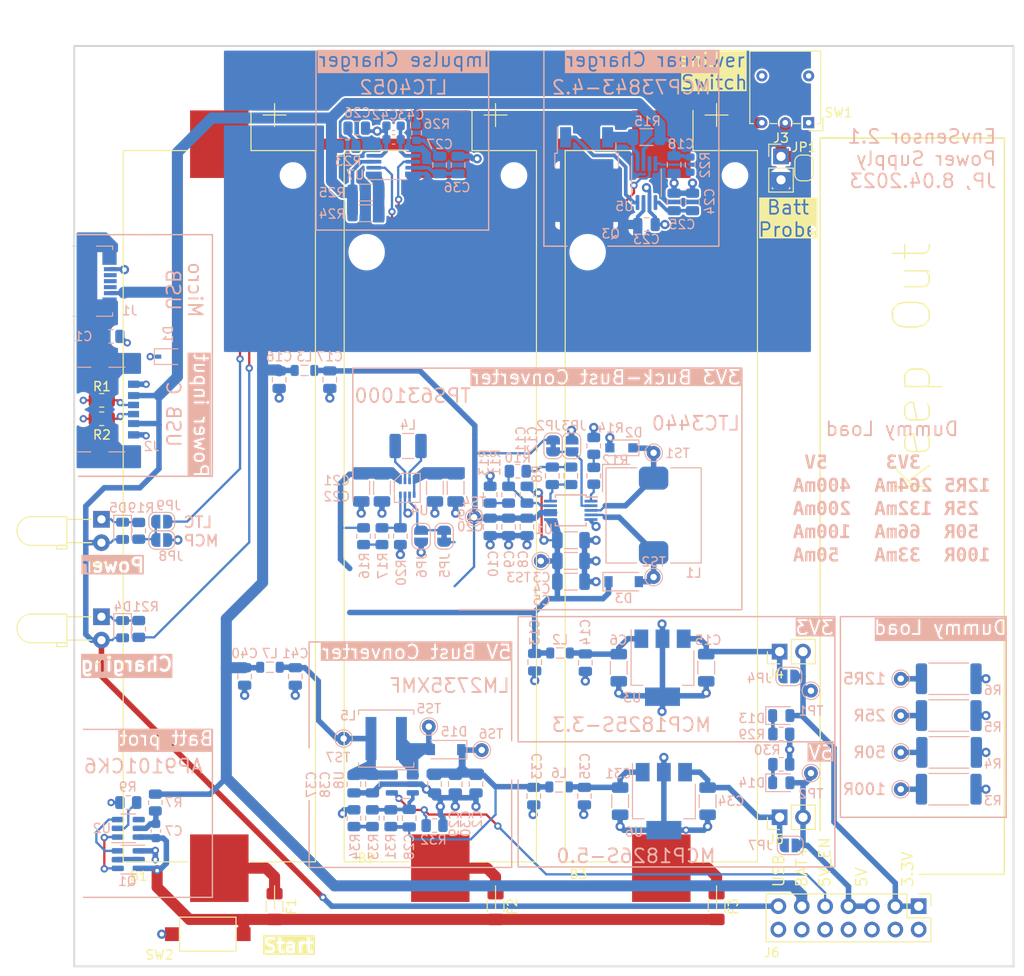
<source format=kicad_pcb>
(kicad_pcb (version 20221018) (generator pcbnew)
  (layers (0 "F.Cu" signal "F.Cu (Sig)") (1 "In1.Cu" power "In1.Cu (GND)") (2 "In2.Cu" power "In2.Cu (GND)") (31 "B.Cu" signal "B.Cu (Sig)") (34 "B.Paste" user) (35 "F.Paste" user) (36 "B.SilkS" user "B.Silkscreen") (37 "F.SilkS" user "F.Silkscreen") (38 "B.Mask" user) (39 "F.Mask" user) (44 "Edge.Cuts" user))
  (net 0 "")
  (net 1 "/BATT_BARE")
  (net 2 "-BATT")
  (net 3 "GND")
  (net 4 "+BATT")
  (net 5 "/5V5_NOT_REG")
  (net 6 "/BATT_3V3_FILTER")
  (net 7 "Net-(C11-Pad1)")
  (net 8 "VBUS")
  (net 9 "/5V_SW")
  (net 10 "/3V7_NOT_REG")
  (net 11 "/3V3_REG")
  (net 12 "Net-(C26-Pad1)")
  (net 13 "Net-(C27-Pad1)")
  (net 14 "/5V_REG")
  (net 15 "/3V3_LTC_SW1")
  (net 16 "/3V3_LTC_SW2")
  (net 17 "+5V")
  (net 18 "+3V3")
  (net 19 "/5V5_FILTERED")
  (net 20 "Net-(D4-K)")
  (net 21 "/T100")
  (net 22 "POWER_5V_ENABLE")
  (net 23 "Net-(D5-K)")
  (net 24 "Net-(R11-Pad2)")
  (net 25 "Net-(D13-K)")
  (net 26 "Net-(D14-K)")
  (net 30 "/T50")
  (net 31 "/T25")
  (net 32 "/T12.5")
  (net 33 "/3V3_LTC_FB")
  (net 34 "Net-(J2-CC1)")
  (net 35 "Net-(R12-Pad2)")
  (net 36 "Net-(R16-Pad1)")
  (net 37 "Net-(R33-Pad2)")
  (net 38 "/3V3_LTC_VC")
  (net 39 "/3V3_FILTER")
  (net 40 "/I_CHRG_SENSE")
  (net 41 "/I_CHRG_GATE")
  (net 42 "/I_CHRG_TIMER")
  (net 43 "Net-(J2-CC2)")
  (net 44 "/5V_FB")
  (net 45 "/5V_IN")
  (net 46 "/3V3_LTC_MODE")
  (net 47 "/3V3_LTC_Rt")
  (net 48 "/3V3_TSP_MODE")
  (net 49 "/3V3_TSP_FB")
  (net 50 "/3V3_TSP_LX1")
  (net 51 "/3V3_TSP_LX2")
  (net 52 "/PROT_DRAIN")
  (net 53 "/PROT_VDD")
  (net 54 "/BATT1-")
  (net 55 "/BATT2-")
  (net 56 "/BATT3-")
  (net 57 "/USB_SHIELD")
  (net 58 "/BATT_SW")
  (net 59 "/L_CHRG_SENSE")
  (net 60 "/L_CHRG_EN")
  (net 61 "/L_CHRG_DRV")
  (net 62 "/L_CHRG_TIMER")
  (net 63 "Net-(JP8-Pad1)")
  (net 64 "/CHRG_ACPR")
  (net 65 "/CHRG_CHRG")
  (net 68 "/PROT_DO")
  (net 69 "/PROT_CO")
  (net 70 "/PROT_VM")
  (footprint "Connector_PinHeader_2.54mm:PinHeader_2x07_P2.54mm_Vertical" (layer "F.Cu") (at 111.7 113.46 -90)
    (fp_text reference "J6")
    (fp_text value "POWER_OUTPUT")
  )
  (footprint "Connector_PinHeader_2.54mm:PinHeader_1x02_P2.54mm_Vertical" (layer "F.Cu") (at 96.75 32)
    (fp_text reference "J3")
    (fp_text value "BattSense")
  )
  (footprint "Fuse:Fuse_1206_3216Metric" (layer "F.Cu") (at 41.75 113.5 -90)
    (fp_text reference "F1")
    (fp_text value "0ZCJ0110FF2E")
  )
  (footprint "MountingHole:MountingHole_3.2mm_M3" (layer "F.Cu") (at 24 116)
    (fp_text reference "H4" hide)
    (fp_text value "MountingHole")
  )
  (footprint "Resistor_SMD:R_0805_2012Metric" (layer "F.Cu") (at 22.98369 58.5 180)
    (fp_text reference "R1")
    (fp_text value "5k1")
  )
  (footprint "Button_Switch_THT:SW_Lever_1P2T_NKK_GW12LxH" (layer "F.Cu") (at 99.75 28.33 180)
    (fp_text reference "SW1")
    (fp_text value "BATT_SWITCH")
  )
  (footprint "Battery:BatteryHolder_Keystone_1042_1x18650" (layer "F.Cu") (at 35.75 70 -90)
    (fp_text reference "B1")
    (fp_text value "Li-Ion")
  )
  (footprint "MountingHole:MountingHole_3.2mm_M3" (layer "F.Cu") (at 118 116)
    (fp_text reference "H3" hide)
    (fp_text value "MountingHole")
  )
  (footprint "Jumper:SolderJumper-2_P1.3mm_Open_RoundedPad1.0x1.5mm" (layer "F.Cu") (at 99.25 33.25 -90)
    (fp_text reference "JP1")
    (fp_text value "NO")
  )
  (footprint "Battery:BatteryHolder_Keystone_1042_1x18650" (layer "F.Cu") (at 59.75 70 -90)
    (fp_text reference "B2")
    (fp_text value "Li-Ion")
  )
  (footprint "Fuse:Fuse_1206_3216Metric" (layer "F.Cu") (at 65.75 113.5 -90)
    (fp_text reference "F2")
    (fp_text value "0ZCJ0110FF2E")
  )
  (footprint "Fuse:Fuse_1206_3216Metric" (layer "F.Cu") (at 89.75 113.5 -90)
    (fp_text reference "F3")
    (fp_text value "0ZCJ0110FF2E")
  )
  (footprint "MountingHole:MountingHole_3.2mm_M3" (layer "F.Cu") (at 118 24)
    (fp_text reference "H2" hide)
    (fp_text value "MountingHole")
  )
  (footprint "Connector_PinHeader_2.54mm:PinHeader_1x02_P2.54mm_Vertical" (layer "F.Cu") (at 96.6 103.8 90)
    (fp_text reference "J5")
    (fp_text value "5V Sense")
  )
  (footprint "Battery:BatteryHolder_Keystone_1042_1x18650" (layer "F.Cu") (at 83.75 70 -90)
    (fp_text reference "B3")
    (fp_text value "Li-Ion")
  )
  (footprint "LED_THT:LED_D3.0mm_Horizontal_O3.81mm_Z6.0mm" (layer "F.Cu") (at 22.9525 82.0125 -90)
    (fp_text reference "D7")
    (fp_text value "CHARGE LED (Red)")
  )
  (footprint "LED_THT:LED_D3.0mm_Horizontal_O3.81mm_Z6.0mm" (layer "F.Cu") (at 22.9525 71.425 -90)
    (fp_text reference "D6")
    (fp_text value "POWER LED (Red)")
  )
  (footprint "Connector_PinHeader_2.54mm:PinHeader_1x02_P2.54mm_Vertical" (layer "F.Cu") (at 96.6 85.8 90)
    (fp_text reference "J4")
    (fp_text value "3V3 Sense")
  )
  (footprint "Button_Switch_SMD:SW_SPST_CK_RS282G05A3" (layer "F.Cu") (at 34.5 116.5 180)
    (fp_text reference "SW2")
    (fp_text value "Start")
  )
  (footprint "Resistor_SMD:R_0805_2012Metric" (layer "F.Cu") (at 22.98369 60.5 180)
    (fp_text reference "R2")
    (fp_text value "5k1")
  )
  (footprint "MountingHole:MountingHole_3.2mm_M3" (layer "F.Cu") (at 24 24)
    (fp_text reference "H1" hide)
    (fp_text value "MountingHole")
  )
  (footprint "LED_SMD:LED_0805_2012Metric" (layer "B.Cu") (at 96.7775 92.75)
    (fp_text reference "D13")
    (fp_text value "3.3V POWER LED")
  )
  (footprint "Capacitor_SMD:C_0805_2012Metric" (layer "B.Cu") (at 50.375 100.2 -90)
    (fp_text reference "C37")
    (fp_text value "10u")
  )
  (footprint "Resistor_SMD:R_0805_2012Metric" (layer "B.Cu") (at 25.8625 102.2 180)
    (fp_text reference "R9")
    (fp_text value "2k7")
  )
  (footprint "Package_SO:MSOP-8_3x3mm_P0.65mm" (layer "B.Cu") (at 54.65 32.9)
    (fp_text reference "U7")
    (fp_text value "LTC4052")
  )
  (footprint "Capacitor_SMD:C_0805_2012Metric" (layer "B.Cu") (at 61.375 100.2 -90)
    (fp_text reference "C30")
    (fp_text value "10u")
  )
  (footprint "Capacitor_SMD:C_1206_3216Metric" (layer "B.Cu") (at 73.9375 78.2)
    (fp_text reference "C5")
    (fp_text value "22u")
  )
  (footprint "Resistor_SMD:R_0805_2012Metric" (layer "B.Cu") (at 67.1625 68.75 -90)
    (fp_text reference "R11")
    (fp_text value "47k")
  )
  (footprint "Connector_USB:USB_Micro-B_Molex_47346-0001" (layer "B.Cu") (at 22.45 45.55 90)
    (fp_text reference "J1")
    (fp_text value "USB_B_Micro")
  )
  (footprint "Resistor_SMD:R_0805_2012Metric" (layer "B.Cu") (at 54.375 103.9 90)
    (fp_text reference "R31")
    (fp_text value "47k")
  )
  (footprint "Jumper:SolderJumper-2_P1.3mm_Open_RoundedPad1.0x1.5mm" (layer "B.Cu") (at 97.75 106.8575)
    (fp_text reference "JP7")
    (fp_text value "NO")
  )
  (footprint "Capacitor_SMD:C_0805_2012Metric" (layer "B.Cu") (at 56.375 103.9 90)
    (fp_text reference "C28")
    (fp_text value "1n")
  )
  (footprint "Connector_USB:USB_C_Receptacle_GCT_USB4135-GF-A_6P_TopMnt_Horizontal" (layer "B.Cu") (at 23.4025 59.5 90)
    (fp_text reference "J2")
    (fp_text value "USB_C_Receptacle_USB2.0")
  )
  (footprint "Resistor_SMD:R_2512_6332Metric" (layer "B.Cu") (at 114.9625 92.75)
    (fp_text reference "R5")
    (fp_text value "25R")
  )
  (footprint "TestPoint:TestPoint_THTPad_D1.5mm_Drill0.7mm" (layer "B.Cu") (at 82.9125 77.7 180)
    (fp_text reference "TS2")
    (fp_text value "TestPoint")
  )
  (footprint "Jumper:SolderJumper-2_P1.3mm_Open_RoundedPad1.0x1.5mm" (layer "B.Cu") (at 97.6 88.5)
    (fp_text reference "JP4")
    (fp_text value "NO")
  )
  (footprint "Jumper:SolderJumper-2_P1.3mm_Open_RoundedPad1.0x1.5mm" (layer "B.Cu") (at 57.6625 73.26 -90)
    (fp_text reference "JP6")
    (fp_text value "NO")
  )
  (footprint "Capacitor_SMD:C_1206_3216Metric" (layer "B.Cu") (at 73.9375 73.7)
    (fp_text reference "C3")
    (fp_text value "22u")
  )
  (footprint "Resistor_SMD:R_1206_3216Metric" (layer "B.Cu") (at 82.1375 29.89375)
    (fp_text reference "R15")
    (fp_text value "220m")
  )
  (footprint "Resistor_SMD:R_1206_3216Metric" (layer "B.Cu") (at 51.675 38.175)
    (fp_text reference "R24")
    (fp_text value "DNP")
  )
  (footprint "Resistor_SMD:R_2512_6332Metric" (layer "B.Cu") (at 114.9625 88.75)
    (fp_text reference "R6")
    (fp_text value "12R5")
  )
  (footprint "Capacitor_SMD:C_0805_2012Metric" (layer "B.Cu") (at 42.25 56.25 -90)
    (fp_text reference "C16")
    (fp_text value "2u2")
  )
  (footprint "Resistor_SMD:R_0805_2012Metric" (layer "B.Cu") (at 53.4125 73.26 -90)
    (fp_text reference "R17")
    (fp_text value "120k")
  )
  (footprint "Inductor_SMD:L_0805_2012Metric" (layer "B.Cu") (at 72.65 100.5)
    (fp_text reference "L6")
    (fp_text value "100-600R")
  )
  (footprint "TestPoint:TestPoint_THTPad_D1.5mm_Drill0.7mm" (layer "B.Cu") (at 58.5 93.95)
    (fp_text reference "TS5")
    (fp_text value "TestPoint")
  )
  (footprint "LED_SMD:LED_0805_2012Metric" (layer "B.Cu") (at 25.25 72.675 -90)
    (fp_text reference "D5")
    (fp_text value "POWER LED (Red)")
  )
  (footprint "Inductor_SMD:L_0805_2012Metric" (layer "B.Cu") (at 45 55.25)
    (fp_text reference "L3")
    (fp_text value "100-600R")
  )
  (footprint "Capacitor_SMD:C_0805_2012Metric" (layer "B.Cu") (at 73.9125 66.7 -90)
    (fp_text reference "C12")
    (fp_text value "470p")
  )
  (footprint "Capacitor_SMD:C_0805_2012Metric" (layer "B.Cu") (at 69.1625 72.25 -90)
    (fp_text reference "C8")
    (fp_text value "10u")
  )
  (footprint "TestPoint:TestPoint_THTPad_D1.5mm_Drill0.7mm" (layer "B.Cu") (at 63.4125 71.2 180)
    (fp_text reference "TS4")
    (fp_text value "TestPoint")
  )
  (footprint "TestPoint:TestPoint_THTPad_D1.5mm_Drill0.7mm" (layer "B.Cu") (at 49.25 95.25)
    (fp_text reference "TS7")
    (fp_text value "TestPoint")
  )
  (footprint "Package_SO:MSOP-10_3x3mm_P0.5mm" (layer "B.Cu") (at 73.9125 70.45 180)
    (fp_text reference "U1")
    (fp_text value "LTC3440")
  )
  (footprint "TestPoint:TestPoint_THTPad_D1.5mm_Drill0.7mm" (layer "B.Cu") (at 109.75 88.75)
    (fp_text reference "TP6" hide)
    (fp_text value "TestPoint")
  )
  (footprint "LED_SMD:LED_0805_2012Metric" (layer "B.Cu") (at 25.25 83.3625 -90)
    (fp_text reference "D4")
    (fp_text value "CHARGE LED (Red)")
  )
  (footprint "Resistor_SMD:R_0805_2012Metric" (layer "B.Cu") (at 96.7775 94.75 180)
    (fp_text reference "R29")
    (fp_text value "3k3")
  )
  (footprint "Diode_SMD:D_SOD-323_HandSoldering" (layer "B.Cu") (at 79.4125 63.6625 180)
    (fp_text reference "D2")
    (fp_text value "DNP (PMEG2010AEJ)")
  )
  (footprint "Package_TO_SOT_SMD:TSOT-23-6" (layer "B.Cu") (at 25.8625 108.4 180)
    (fp_text reference "Q1")
    (fp_text value "AO6804A")
  )
  (footprint "Diode_SMD:D_SOD-123" (layer "B.Cu") (at 79.6625 78.2)
    (fp_text reference "D3")
    (fp_text value "DNP (PMEG3020BER)")
  )
  (footprint "Capacitor_SMD:C_0805_2012Metric" (layer "B.Cu") (at 75.4 101.5 -90)
    (fp_text reference "C35")
    (fp_text value "2u2")
  )
  (footprint "Capacitor_SMD:C_1206_3216Metric" (layer "B.Cu") (at 88.6275 87.55 -90)
    (fp_text reference "C15")
    (fp_text value "22u")
  )
  (footprint "TestPoint:TestPoint_THTPad_D1.5mm_Drill0.7mm" (layer "B.Cu") (at 100 99 -90)
    (fp_text reference "TP2")
    (fp_text value "TestPoint")
  )
  (footprint "Resistor_SMD:R_0805_2012Metric" (layer "B.Cu") (at 55.4125 73.26 90)
    (fp_text reference "R20")
    (fp_text value "30k")
  )
  (footprint "TestPoint:TestPoint_THTPad_D1.5mm_Drill0.7mm" (layer "B.Cu") (at 109.75 92.75)
    (fp_text reference "TP5" hide)
    (fp_text value "TestPoint")
  )
  (footprint "Capacitor_SMD:C_1206_3216Metric" (layer "B.Cu") (at 73.9375 75.95)
    (fp_text reference "C4")
    (fp_text value "22u")
  )
  (footprint "Package_TO_SOT_SMD:SOT-23-5" (layer "B.Cu") (at 55.625 100.2 180)
    (fp_text reference "U8")
    (fp_text value "LM2735YMF")
  )
  (footprint "Resistor_SMD:R_0805_2012Metric" (layer "B.Cu") (at 50.375 103.9 90)
    (fp_text reference "R34")
    (fp_text value "10k")
  )
  (footprint "Resistor_SMD:R_0805_2012Metric" (layer "B.Cu") (at 27 83.3375 90)
    (fp_text reference "R21")
    (fp_text value "3k3")
  )
  (footprint "Resistor_SMD:R_0603_1608Metric" (layer "B.Cu") (at 57.175 29.425 -90)
    (fp_text reference "R26")
    (fp_text value "10k")
  )
  (footprint "Capacitor_SMD:C_0805_2012Metric" (layer "B.Cu") (at 38.5 88.5 -90)
    (fp_text reference "C40")
    (fp_text value "2u2")
  )
  (footprint "Jumper:SolderJumper-2_P1.3mm_Open_RoundedPad1.0x1.5mm" (layer "B.Cu") (at 74 63.45 90)
    (fp_text reference "JP3")
    (fp_text value "NO")
  )
  (footprint "Capacitor_SMD:C_0805_2012Metric" (layer "B.Cu") (at 44 88.5 -90)
    (fp_text reference "C41")
    (fp_text value "2u2")
  )
  (footprint "Capacitor_SMD:C_0805_2012Metric" (layer "B.Cu") (at 67.1625 72.25 -90)
    (fp_text reference "C9")
    (fp_text value "10u")
  )
  (footprint "Capacitor_SMD:C_1206_3216Metric" (layer "B.Cu") (at 59.1625 68.01 -90)
    (fp_text reference "C20")
    (fp_text value "22u")
  )
  (footprint "Capacitor_SMD:C_1206_3216Metric" (layer "B.Cu") (at 88.7775 102.05 -90)
    (fp_text reference "C34")
    (fp_text value "22u")
  )
  (footprint "Resistor_SMD:R_0805_2012Metric" (layer "B.Cu") (at 27 72.675 90)
    (fp_text reference "R19")
    (fp_text value "3k3")
  )
  (footprint "Capacitor_SMD:C_0805_2012Metric" (layer "B.Cu") (at 85.1375 32.89375 -90)
    (fp_text reference "C18")
    (fp_text value "10u")
  )
  (footprint "Capacitor_SMD:C_0805_2012Metric" (layer "B.Cu") (at 47.75 56.25 -90)
    (fp_text reference "C17")
    (fp_text value "2u2")
  )
  (footprint "Resistor_SMD:R_0805_2012Metric" (layer "B.Cu") (at 76.4125 66.7 90)
    (fp_text reference "R12")
    (fp_text value "30k")
  )
  (footprint "Resistor_SMD:R_1206_3216Metric" (layer "B.Cu") (at 51.675 35.925)
    (fp_text reference "R25")
    (fp_text value "0R05")
  )
  (footprint "Capacitor_SMD:C_0805_2012Metric" (layer "B.Cu") (at 71.9125 66.7 -90)
    (fp_text reference "C11")
    (fp_text value "1n")
  )
  (footprint "Resistor_SMD:R_0805_2012Metric" (layer "B.Cu") (at 76.4125 63.45 90)
    (fp_text reference "R14")
    (fp_text value "30k")
  )
  (footprint "Inductor_SMD:L_TDK_SLF10145" (layer "B.Cu") (at 82.9125 71 -90)
    (fp_text reference "L1")
    (fp_text value "SLF10145T-220M1R9-H / 22u")
  )
  (footprint "Resistor_SMD:R_2512_6332Metric" (layer "B.Cu") (at 115 96.75)
    (fp_text reference "R4")
    (fp_text value "50R")
  )
  (footprint "Package_TO_SOT_SMD:SOT-223-3_TabPin2" (layer "B.Cu") (at 84.0275 102.05 -90)
    (fp_text reference "U6")
    (fp_text value "MCP1826S-5.0")
  )
  (footprint "Capacitor_SMD:C_1206_3216Metric" (layer "B.Cu") (at 51.1625 68.01 -90)
    (fp_text reference "C22")
    (fp_text value "47u")
  )
  (footprint "TestPoint:TestPoint_THTPad_D1.5mm_Drill0.7mm" (layer "B.Cu") (at 82.9125 64.2 180)
    (fp_text reference "TS1")
    (fp_text value "TestPoint")
  )
  (footprint "TestPoint:TestPoint_THTPad_D1.5mm_Drill0.7mm" (layer "B.Cu") (at 109.75 100.75)
    (fp_text reference "TP3" hide)
    (fp_text value "TestPoint")
  )
  (footprint "JPPackages:SOT-5x3" (layer "B.Cu") (at 56.1625 68.01)
    (fp_text reference "U4")
    (fp_text value "TPS631000")
  )
  (footprint "Capacitor_SMD:C_0805_2012Metric" (layer "B.Cu") (at 63.625 100.2 -90)
    (fp_text reference "C2")
    (fp_text value "10u")
  )
  (footprint "Resistor_SMD:R_0805_2012Metric" (layer "B.Cu") (at 69.1625 68.75 -90)
    (fp_text reference "R8")
    (fp_text value "300k")
  )
  (footprint "Jumper:SolderJumper-2_P1.3mm_Bridged_RoundedPad1.0x1.5mm" (layer "B.Cu") (at 72 63.45 -90)
    (fp_text reference "JP2")
    (fp_text value "NC")
  )
  (footprint "Capacitor_SMD:C_0805_2012Metric" (layer "B.Cu") (at 85.1375 36.94375 90)
    (fp_text reference "C25")
    (fp_text value "220n")
  )
  (footprint "LED_SMD:LED_0805_2012Metric" (layer "B.Cu") (at 96.7775 100.05)
    (fp_text reference "D14")
    (fp_text value "5V POWER LED")
  )
  (footprint "Resistor_SMD:R_0805_2012Metric" (layer "B.Cu") (at 49.675 30.925)
    (fp_text reference "R23")
    (fp_text value "4R7")
  )
  (footprint "Package_TO_SOT_SMD:TO-252-2" (layer "B.Cu") (at 75.6375 34.11875 -90)
    (fp_text reference "Q3")
    (fp_text value "ZXMP6A16K")
  )
  (footprint "Inductor_SMD:L_Coilcraft_XAL5030-XXX" (layer "B.Cu") (at 53.875 95.25)
    (fp_text reference "L5")
    (fp_text value "MSS5131-473MLC / 47u")
  )
  (footprint "Jumper:SolderJumper-2_P1.3mm_Bridged_RoundedPad1.0x1.5mm" (layer "B.Cu") (at 60.1625 73.26 90)
    (fp_text reference "JP5")
    (fp_text value "NC")
  )
  (footprint "Capacitor_SMD:C_0805_2012Metric" (layer "B.Cu") (at 59.125 100.2 -90)
    (fp_text reference "C29")
    (fp_text value "10u")
  )
  (footprint "TestPoint:TestPoint_THTPad_D1.5mm_Drill0.7mm" (layer "B.Cu") (at 70.6625 75.95 180)
    (fp_text reference "TS3")
    (fp_text value "TestPoint")
  )
  (footprint "Capacitor_SMD:C_0805_2012Metric" (layer "B.Cu") (at 87.1375 36.94375 90)
    (fp_text reference "C24")
    (fp_text value "220n")
  )
  (footprint "Capacitor_SMD:C_0603_1608Metric" (layer "B.Cu") (at 54.675 30.15 180)
    (fp_text reference "C43")
    (fp_text value "100n")
  )
  (footprint "Resistor_SMD:R_0805_2012Metric" (layer "B.Cu") (at 68.1625 66.2 180)
    (fp_text reference "R10")
    (fp_text value "15k")
  )
  (footprint "Capacitor_SMD:C_0805_2012Metric" (layer "B.Cu") (at 50.675 28.925)
    (fp_text reference "C26")
    (fp_text value "1u")
  )
  (footprint "TestPoint:TestPoint_THTPad_D1.5mm_Drill0.7mm" (layer "B.Cu") (at 109.75 96.75)
    (fp_text reference "TP4" hide)
    (fp_text value "TestPoint")
  )
  (footprint "Capacitor_SMD:C_1206_3216Metric" (layer "B.Cu") (at 53.4125 68.01 -90)
    (fp_text reference "C21")
    (fp_text value "47u")
  )
  (footprint "Resistor_SMD:R_0805_2012Metric" (layer "B.Cu") (at 59.125 104.7)
    (fp_text reference "R32")
    (fp_text value "300k")
  )
  (footprint "Capacitor_SMD:C_0805_2012Metric" (layer "B.Cu") (at 52.375 100.2 -90)
    (fp_text reference "C38")
    (fp_text value "10u")
  )
  (footprint "Inductor_SMD:L_0805_2012Metric" (layer "B.Cu") (at 41.25 87.5)
    (fp_text reference "L7")
    (fp_text value "100-600R")
  )
  (footprint "Resistor_SMD:R_0805_2012Metric" (layer "B.Cu") (at 52.375 103.9 -90)
    (fp_text reference "R33")
    (fp_text value "3k9")
  )
  (footprint "Capacitor_SMD:C_0805_2012Metric" (layer "B.Cu") (at 82.1375 39.39375)
    (fp_text reference "C23")
    (fp_text value "10u")
  )
  (footprint "Inductor_SMD:L_1210_3225Metric" (layer "B.Cu") (at 56.25 63.46 180)
    (fp_text reference "L4")
    (fp_text value "1u")
  )
  (footprint "Diode_SMD:D_SOD-123" (layer "B.Cu") (at 60.375 96.45 180)
    (fp_text reference "D15")
    (fp_text value "PMEG3020BER")
  )
  (footprint "Resistor_SMD:R_0805_2012Metric" (layer "B.Cu") (at 51.4125 73.26 90)
    (fp_text reference "R16")
    (fp_text value "73k2")
  )
  (footprint "TestPoint:TestPoint_THTPad_D1.5mm_Drill0.7mm" (layer "B.Cu") (at 64.25 96.5)
    (fp_text reference "TS6")
    (fp_text value "TestPoint")
  )
  (footprint "Resistor_SMD:R_0805_2012Metric" (layer "B.Cu") (at 65.1625 68.75 90)
    (fp_text reference "R13")
    (fp_text value "100k")
  )
  (footprint "Capacitor_SMD:C_1206_3216Metric" (layer "B.Cu") (at 79.2775 102.05 -90)
    (fp_text reference "C31")
    (fp_text value "22u")
  )
  (footprint "Capacitor_SMD:C_0805_2012Metric" (layer "B.Cu") (at 65.1625 72.25 -90)
    (fp_text reference "C10")
    (fp_text value "10u")
  )
  (footprint "Capacitor_SMD:C_1206_3216Metric" (layer "B.Cu") (at 61.4125 68.01 -90)
    (fp_text reference "C19")
    (fp_text value "22u")
  )
  (footprint "Capacitor_SMD:C_0805_2012Metric" (layer "B.Cu") (at 59.675 32.925 -90)
    (fp_text reference "C27")
    (fp_text value "47n")
  )
  (footprint "Resistor_SMD:R_0805_2012Metric" (layer "B.Cu") (at 28.8 102.2 -90)
    (fp_text reference "R7")
    (fp_text value "330")
  )
  (footprint "TestPoint:TestPoint_THTPad_D1.5mm_Drill0.7mm" (layer "B.Cu") (at 100 90.05 -90)
    (fp_text reference "TP1")
    (fp_text value "TestPoint")
  )
  (footprint "Package_SO:MSOP-8_3x3mm_P0.65mm" (layer "B.Cu") (at 82.1375 34.89375 -90)
    (fp_text reference "U5")
    (fp_text value "MCP73843-4.2")
  )
  (footprint "Capacitor_SMD:C_1206_3216Metric" (layer "B.Cu") (at 79.1275 87.55 -90)
    (fp_text reference "C6")
    (fp_text value "22u")
  )
  (footprint "Inductor_SMD:L_0805_2012Metric" (layer "B.Cu") (at 72.75 85.95)
    (fp_text reference "L2")
    (fp_text value "100-600R")
  )
  (footprint "Package_TO_SOT_SMD:SOT-223-3_TabPin2" (layer "B.Cu") (at 83.8775 87.55 -90)
    (fp_text reference "U3")
    (fp_text value "MCP1825S-3.3")
  )
  (footprint "Capacitor_SMD:C_0603_1608Metric" (layer "B.Cu") (at 28.8625 105.2875 -90)
    (fp_text reference "C7")
    (fp_text value "100n")
  )
  (footprint "Capacitor_SMD:C_0805_2012Metric" (layer "B.Cu") (at 75.5 87 -90)
    (fp_text reference "C14")
    (fp_text value "2u2")
  )
  (footprint "Capacitor_SMD:C_0805_2012Metric" (layer "B.Cu") (at 61.675 32.925 90)
    (fp_text reference "C36")
    (fp_text value "22n")
  )
  (footprint "Capacitor_SMD:C_0805_2012Metric" (layer "B.Cu") (at 24 51.55)
    (fp_text reference "C1")
    (fp_text value "4n7")
  )
  (footprint "Capacitor_SMD:C_0805_2012Metric" (layer "B.Cu") (at 70 86.95 -90)
    (fp_text reference "C13")
    (fp_text value "2u2")
  )
  (footprint "Package_TO_SOT_SMD:SOT-23-6" (layer "B.Cu") (at 25.8625 105)
    (fp_text reference "U2")
    (fp_text value "AP9101CK6")
  )
  (footprint "Resistor_SMD:R_0805_2012Metric" (layer "B.Cu") (at 96.7775 98.05 180)
    (fp_text reference "R30")
    (fp_text value "3k3")
  )
  (footprint "Resistor_SMD:R_2512_6332Metric" (layer "B.Cu") (at 114.9625 100.75)
    (fp_text reference "R3")
    (fp_text value "100R")
  )
  (footprint "Capacitor_SMD:C_0603_1608Metric" (layer "B.Cu") (at 54.675 28.675 180)
    (fp_text reference "C42")
    (fp_text value "100n")
  )
  (footprint "Capacitor_SMD:C_0805_2012Metric" (layer "B.Cu") (at 69.9 101.5 -90)
    (fp_text reference "C33")
    (fp_text value "2u2")
  )
  (footprint "Jumper:SolderJumper-2_P1.3mm_Open_RoundedPad1.0x1.5mm" (layer "B.Cu") (at 29.5 71.675)
    (fp_text reference "JP9")
    (fp_text value "NO")
  )
  (footprint "Diode_SMD:D_SOD-323" (layer "B.Cu") (at 30.2 53.75)
    (fp_text reference "D1")
    (fp_text value "PESD5V0V1BA")
  )
  (footprint "Jumper:SolderJumper-2_P1.3mm_Open_RoundedPad1.0x1.5mm" (layer "B.Cu") (at 29.5 73.675)
    (fp_text reference "JP8")
    (fp_text value "NO")
  )
  (footprint "Resistor_SMD:R_0603_1608Metric" (layer "B.Cu") (at 86.8875 32.89375 90)
    (fp_text reference "R22")
    (fp_text value "100k")
  )
  (gr_line (start 102.6 109.2) (end 102.6 95.6) (stroke (width 0.15)) (layer "B.SilkS"))
  (gr_line (start 45.5 109.25) (end 45.5 102) (stroke (width 0.15)) (layer "B.SilkS"))
  (gr_line (start 102.6 82) (end 68.2 82) (stroke (width 0.15)) (layer "B.SilkS"))
  (gr_line (start 35 94.25) (end 35 112.5) (stroke (width 0.15)) (layer "B.SilkS"))
  (gr_line (start 46.25 40) (end 65 40) (stroke (width 0.15)) (layer "B.SilkS"))
  (gr_line (start 77.95 41.75) (end 90 41.75) (stroke (width 0.15)) (layer "B.SilkS"))
  (gr_line (start 71 41.75) (end 73.5 41.75) (stroke (width 0.15)) (layer "B.SilkS"))
  (gr_line (start 67.5 109.25) (end 45.5 109.25) (stroke (width 0.15)) (layer "B.SilkS"))
  (gr_line (start 92.5 81.25) (end 61.75 81.25) (stroke (width 0.15)) (layer "B.SilkS"))
  (gr_line (start 65 20.5) (end 65 40) (stroke (width 0.15)) (layer "B.SilkS"))
  (gr_line (start 35 40.5) (end 35 66.75) (stroke (width 0.15)) (layer "B.SilkS"))
  (gr_line (start 20.45 66.75) (end 35 66.75) (stroke (width 0.15)) (layer "B.SilkS"))
  (gr_line (start 90 20.5) (end 90 41.75) (stroke (width 0.15)) (layer "B.SilkS"))
  (gr_line (start 45.5 84.75) (end 67.5 84.75) (stroke (width 0.15)) (layer "B.SilkS"))
  (gr_line (start 67.5 84.75) (end 67.5 95.5) (stroke (width 0.15)) (layer "B.SilkS"))
  (gr_line (start 68.2 82) (end 68.2 95.6) (stroke (width 0.15)) (layer "B.SilkS"))
  (gr_line (start 68.2 109.2) (end 102.6 109.2) (stroke (width 0.15)) (layer "B.SilkS"))
  (gr_line (start 20.25 40.5) (end 35 40.5) (stroke (width 0.15)) (layer "B.SilkS"))
  (gr_line (start 35 112.5) (end 21 112.5) (stroke (width 0.15)) (layer "B.SilkS"))
  (gr_line (start 68.2 99.75) (end 68.2 109.2) (stroke (width 0.15)) (layer "B.SilkS"))
  (gr_line (start 121.2 103.8) (end 121.2 82) (stroke (width 0.15)) (layer "B.SilkS"))
  (gr_line (start 71 20.5) (end 71 41.75) (stroke (width 0.15)) (layer "B.SilkS"))
  (gr_line (start 68.2 95.6) (end 102.6 95.6) (stroke (width 0.15)) (layer "B.SilkS"))
  (gr_line (start 45.5 84.75) (end 45.5 96.25) (stroke (width 0.15)) (layer "B.SilkS"))
  (gr_line (start 50.25 55) (end 92.5 55) (stroke (width 0.15)) (layer "B.SilkS"))
  (gr_line (start 121.2 82) (end 103.2 82) (stroke (width 0.15)) (layer "B.SilkS"))
  (gr_line (start 50.25 55) (end 50.25 69.5) (stroke (width 0.15)) (layer "B.SilkS"))
  (gr_line (start 67.5 99.75) (end 67.5 109.25) (stroke (width 0.15)) (layer "B.SilkS"))
  (gr_line (start 46.25 20.5) (end 46.25 40) (stroke (width 0.15)) (layer "B.SilkS"))
  (gr_line (start 21 94.25) (end 35 94.25) (stroke (width 0.15)) (layer "B.SilkS"))
  (gr_line (start 92.5 55) (end 92.5 81.25) (stroke (width 0.15)) (layer "B.SilkS"))
  (gr_line (start 102.6 95.6) (end 102.6 82) (stroke (width 0.15)) (layer "B.SilkS"))
  (gr_line (start 103.2 82) (end 103.2 103.8) (stroke (width 0.15)) (layer "B.SilkS"))
  (gr_line (start 103.2 103.8) (end 121.2 103.8) (stroke (width 0.15)) (layer "B.SilkS"))
  (gr_line (start 121 30) (end 101 30) (stroke (width 0.2)) (layer "F.SilkS"))
  (gr_line (start 121 110) (end 121 30) (stroke (width 0.15)) (layer "F.SilkS"))
  (gr_line (start 101 30) (end 101 105.25) (stroke (width 0.15)) (layer "F.SilkS"))
  (gr_line (start 111.75 110) (end 121 110) (stroke (width 0.15)) (layer "F.SilkS"))
  (gr_line (start 20 120) (end 20 20) (stroke (width 0.2)) (layer "Edge.Cuts"))
  (gr_line (start 122 20) (end 122 120) (stroke (width 0.2)) (layer "Edge.Cuts"))
  (gr_line (start 20 20) (end 122 20) (stroke (width 0.2)) (layer "Edge.Cuts"))
  (gr_line (start 122 120) (end 20 120) (stroke (width 0.2)) (layer "Edge.Cuts"))
  (gr_text "      3V3     5V   \n12R5 264mA  400mA\n 25R 132mA  200mA\n 50R  66mA  100mA\n100R  33mA   50mA\n " (at 119.5 71.6) (layer "B.SilkS") (effects (font (size 1.5 1.5) (thickness 0.3) bold) (justify left mirror)))
  (gr_text "12R5" (at 108.25 88.75) (layer "B.SilkS") (effects (font (size 1.2 1.2) (thickness 0.2)) (justify left mirror)))
  (gr_text "MCP1826S-5.0" (at 81 108) (layer "B.SilkS") (effects (font (size 1.5 1.5) (thickness 0.2)) (justify mirror)))
  (gr_text "Charging" (at 20.5 87.175) (layer "B.SilkS" knockout) (effects (font (size 1.5 1.5) (thickness 0.3)) (justify right mirror)))
  (gr_text "5V Bust Converter" (at 67.6 85.85) (layer "B.SilkS" knockout) (effects (font (size 1.5 1.5) (thickness 0.2)) (justify left mirror)))
  (gr_text "Dummy Load" (at 121.4 83.2) (layer "B.SilkS" knockout) (effects (font (size 1.5 1.5) (thickness 0.2)) (justify left mirror)))
  (gr_text "5V" (at 102.6 96.8) (layer "B.SilkS" knockout) (effects (font (size 1.5 1.5) (thickness 0.2)) (justify left mirror)))
  (gr_text "Power" (at 20.75 76.425) (layer "B.SilkS" knockout) (effects (font (size 1.5 1.5) (thickness 0.3)) (justify right mirror)))
  (gr_text "Micro\nUSB" (at 34 46.5 270) (layer "B.SilkS") (effects (font (size 1.5 1.5) (thickness 0.2)) (justify top mirror)))
  (gr_text "3V3" (at 102.6 83.2) (layer "B.SilkS" knockout) (effects (font (size 1.5 1.5) (thickness 0.2)) (justify left mirror)))
  (gr_text "MCP1825S-3.3" (at 80.5 93.75) (layer "B.SilkS") (effects (font (size 1.5 1.5) (thickness 0.2)) (justify mirror)))
  (gr_text "MCP" (at 31.75 73.75) (layer "B.SilkS") (effects (font (size 1.2 1.2) (thickness 0.2)) (justify right mirror)))
  (gr_text "Impulse Charger" (at 65.25 21.5) (layer "B.SilkS" knockout) (effects (font (size 1.5 1.5) (thickness 0.2)) (justify left mirror)))
  (gr_text "LTC" (at 31.75 71.75) (layer "B.SilkS") (effects (font (size 1.2 1.2) (thickness 0.2)) (justify right mirror)))
  (gr_text "100R" (at 108.25 100.75) (layer "B.SilkS") (effects (font (size 1.2 1.2) (thickness 0.2)) (justify left mirror)))
  (gr_text "AP9101CK6" (at 27.5 98.25) (layer "B.SilkS") (effects (font (size 1.5 1.5) (thickness 0.2)) (justify mirror)))
  (gr_text "USB C" (at 30.75 60 -90) (layer "B.SilkS") (effects (font (size 1.5 1.5) (thickness 0.2)) (justify mirror)))
  (gr_text "LTC3440" (at 87.5 61) (layer "B.SilkS") (effects (font (size 1.5 1.5) (thickness 0.2)) (justify mirror)))
  (gr_text "3V3 Buck-Bust Converter" (at 77.75 56) (layer "B.SilkS" knockout) (effects (font (size 1.5 1.5) (thickness 0.2)) (justify mirror)))
  (gr_text "LM2735XMF" (at 60.75 89.5) (layer "B.SilkS") (effects (font (size 1.5 1.5) (thickness 0.2)) (justify mirror)))
  (gr_text "LTC4052" (at 55.75 24.5) (layer "B.SilkS") (effects (font (size 1.5 1.5) (thickness 0.2)) (justify mirror)))
  (gr_text "Batt prot\n" (at 35.25 95.25) (layer "B.SilkS" knockout) (effects (font (size 1.5 1.5) (thickness 0.2)) (justify left mirror)))
  (gr_text "EnvSensor 2.1\nPower Supply\nJP, 8.04.2023" (at 120.25 32.25) (layer "B.SilkS") (effects (font (size 1.5 1.5) (thickness 0.2)) (justify left mirror)))
  (gr_text "25R" (at 108.25 92.75) (layer "B.SilkS") (effects (font (size 1.2 1.2) (thickness 0.2)) (justify left mirror)))
  (gr_text "Linear Charger" (at 90.25 21.5) (layer "B.SilkS" knockout) (effects (font (size 1.5 1.5) (thickness 0.2)) (justify left mirror)))
  (gr_text "Power input" (at 33.75 67 -90) (layer "B.SilkS" knockout) (effects (font (size 1.5 1.5) (thickness 0.2)) (justify left mirror)))
  (gr_text "Dummy Load" (at 108.8 61.6) (layer "B.SilkS") (effects (font (size 1.5 1.5) (thickness 0.2)) (justify mirror)))
  (gr_text "50R" (at 108.25 96.75) (layer "B.SilkS") (effects (font (size 1.2 1.2) (thickness 0.2)) (justify left mirror)))
  (gr_text "MCP73843-4.2" (at 80.5 24.5) (layer "B.SilkS") (effects (font (size 1.5 1.5) (thickness 0.2)) (justify mirror)))
  (gr_text "TPS631000" (at 56.75 58) (layer "B.SilkS") (effects (font (size 1.5 1.5) (thickness 0.2)) (justify mirror)))
  (gr_text "Start" (at 43.25 117.75) (layer "F.SilkS" knockout) (effects (font (size 1.5 1.5) (thickness 0.3))))
  (gr_text "Batt\nProbe" (at 97.5 38.75) (layer "F.SilkS" knockout) (effects (font (size 1.5 1.5) (thickness 0.2))))
  (gr_text "Power\nSwitch" (at 89.5 22.75) (layer "F.SilkS" knockout) (effects (font (size 1.5 1.5) (thickness 0.2))))
  (gr_text "BAT+" (at 99 111.5 90) (layer "F.SilkS") (effects (font (size 1.2 1.2)) (justify left)))
  (gr_text "USB" (at 96.5 111.5 90) (layer "F.SilkS") (effects (font (size 1.2 1.2)) (justify left)))
  (gr_text "3.3V" (at 110.5 111.5 90) (layer "F.SilkS") (effects (font (size 1.2 1.2)) (justify left)))
  (gr_text "5V_EN" (at 101.5 111.5 90) (layer "F.SilkS") (effects (font (size 1.2 1.2)) (justify left)))
  (gr_text "Keep Out" (at 111 55 90) (layer "F.SilkS") (effects (font (size 4 4))))
  (gr_text "5V" (at 105.5 111.5 90) (layer "F.SilkS") (effects (font (size 1.2 1.2)) (justify left)))
  (segment (start 86.09 28.33) (end 83.75 30.67) (width 1.2) (layer "F.Cu") (net 1))
  (segment (start 75.08 30.67) (end 59.75 30.67) (width 1.2) (layer "F.Cu") (net 1))
  (segment (start 43.92 30.67) (end 59.75 30.67) (width 1.2) (layer "F.Cu") (net 1))
  (segment (start 83.75 30.67) (end 75.08 30.67) (width 1.2) (layer "F.Cu") (net 1))
  (segment (start 94.67 28.33) (end 86.09 28.33) (width 1.2) (layer "F.Cu") (net 1))
  (segment (start 35.75 30.67) (end 43.92 30.67) (width 1.2) (layer "F.Cu") (net 1))
  (segment (start 29 111.4) (end 29 109.6) (width 1.2) (layer "F.Cu") (net 2))
  (segment (start 32.5 114.9) (end 29 111.4) (width 1.2) (layer "F.Cu") (net 2))
  (segment (start 41.75 114.9) (end 65.75 114.9) (width 1.2) (layer "F.Cu") (net 2))
  (segment (start 38.65 114.9) (end 32.5 114.9) (width 1.2) (layer "F.Cu") (net 2))
  (segment (start 41.75 114.9) (end 38.65 114.9) (width 1.2) (layer "F.Cu") (net 2))
  (segment (start 38.4 116.5) (end 38.4 115.15) (width 1.2) (layer "F.Cu") (net 2))
  (segment (start 89.75 114.9) (end 65.75 114.9) (width 1.2) (layer "F.Cu") (net 2))
  (segment (start 38.4 115.15) (end 38.65 114.9) (width 1.2) (layer "F.Cu") (net 2))
  (via (at 29 109.6) (size 0.8) (drill 0.4) (layers "F.Cu" "B.Cu") (net 2))
  (segment (start 29.6625 106.0625) (end 30 106.4) (width 0.6) (layer "B.Cu") (net 2))
  (segment (start 27 109.35) (end 29.45 109.35) (width 0.6) (layer "B.Cu") (net 2))
  (segment (start 27 105.95) (end 28.75 105.95) (width 0.6) (layer "B.Cu") (net 2))
  (segment (start 28.8625 106.0625) (end 29.6625 106.0625) (width 0.6) (layer "B.Cu") (net 2))
  (segment (start 28.75 105.95) (end 28.8625 106.0625) (width 0.6) (layer "B.Cu") (net 2))
  (segment (start 29.45 109.35) (end 30 108.8) (width 0.6) (layer "B.Cu") (net 2))
  (segment (start 30 108.8) (end 30 106.4) (width 0.6) (layer "B.Cu") (net 2))
  (segment (start 22.07119 60.5) (end 20.98369 60.5) (width 0.25) (layer "F.Cu") (net 3))
  (segment (start 30.6 116.5) (end 29.5 116.5) (width 0.6) (layer "F.Cu") (net 3))
  (segment (start 22.07119 58.5) (end 20.98369 58.5) (width 0.25) (layer "F.Cu") (net 3))
  (via (at 20.98369 58.5) (size 0.8) (drill 0.4) (layers "F.Cu" "B.Cu") (net 3))
  (via (at 44 90.55) (size 1) (drill 0.5) (layers "F.Cu" "B.Cu") (net 3))
  (via (at 42.25 58.25) (size 1) (drill 0.5) (layers "F.Cu" "B.Cu") (net 3))
  (via (at 29.5 116.5) (size 1) (drill 0.5) (layers "F.Cu" "B.Cu") (net 3))
  (via (at 76.6625 78.2) (size 1) (drill 0.5) (layers "F.Cu" "B.Cu") (net 3))
  (via (at 28.25 53.75) (size 0.8) (drill 0.4) (layers "F.Cu" "B.Cu") (net 3))
  (via (at 87.1375 34.89375) (size 1) (drill 0.5) (layers "F.Cu" "B.Cu") (net 3))
  (via (at 58.25 100.75) (size 1) (drill 0.5) (layers "F.Cu" "B.Cu") (net 3))
  (via (at 47.75 58.25) (size 1) (drill 0.5) (layers "F.Cu" "B.Cu") (net 3))
  (via (at 97.69 96.44) (size 1) (drill 0.5) (layers "F.Cu" "B.Cu") (net 3))
  (via (at 84.1375 39.39375) (size 1) (drill 0.5) (layers "F.Cu" "B.Cu") (net 3))
  (via (at 85.1375 34.89375) (size 1) (drill 0.5) (layers "F.Cu" "B.Cu") (net 3))
  (via (at 78.1625 62.55) (size 1) (drill 0.5) (layers "F.Cu" "B.Cu") (net 3))
  (via (at 83.8275 92.3) (size 1) (drill 0.5) (layers "F.Cu" "B.Cu") (net 3))
  (via (at 27.8 62.35) (size 0.8) (drill 0.4) (layers "F.Cu" "B.Cu") (net 3))
  (via (at 59.1625 70.76) (size 1) (drill 0.5) (layers "F.Cu" "B.Cu") (net 3))
  (via (at 63.75 32.25) (size 1) (drill 0.5) (layers "F.Cu" "B.Cu") (net 3))
  (via (at 86.4275 105.2) (size 0.8) (drill 0.4) (layers "F.Cu" "B.Cu") (net 3))
  (via (at 82.1375 35.39375) (size 1) (drill 0.5) (layers "F.Cu" "B.Cu") (net 3))
  (via (at 67.1625 74.2) (size 1) (drill 0.5) (layers "F.Cu" "B.Cu") (net 3))
  (via (at 28.8 108.4) (size 0.8) (drill 0.4) (layers "F.Cu" "B.Cu") (net 3))
  (via (at 52.9 29.25) (size 1) (drill 0.5) (layers "F.Cu" "B.Cu") (net 3))
  (via (at 83.8275 82.8) (size 1) (drill 0.5) (layers "F.Cu" "B.Cu") (net 3))
  (via (at 75.325 103.5) (size 1) (drill 0.5) (layers "F.Cu" "B.Cu") (net 3))
  (via (at 28.8 107.4) (size 0.8) (drill 0.4) (layers "F.Cu" "B.Cu") (net 3))
  (via (at 25.75 52.25) (size 0.8) (drill 0.4) (layers "F.Cu" "B.Cu") (net 3))
  (via (at 75.5 89) (size 1) (drill 0.5) (layers "F.Cu" "B.Cu") (net 3))
  (via (at 76.6625 73.7) (size 1) (drill 0.5) (layers "F.Cu" "B.Cu") (net 3))
  (via (at 56.237 70.76) (size 1) (drill 0.5) (layers "F.Cu" "B.Cu") (net 3))
  (via (at 119 100.75) (size 1) (drill 0.5) (layers "F.Cu" "B.Cu") (net 3))
  (via (at 88.7775 104.8) (size 1) (drill 0.5) (layers "F.Cu" "B.Cu") (net 3))
  (via (at 31.25 73.675) (size 1) (drill 0.5) (layers "F.Cu" "B.Cu") (net 3))
  (via (at 20.98369 60.5) (size 0.8) (drill 0.4) (layers "F.Cu" "B.Cu") (net 3))
  (via (at 51.1625 70.76) (size 1) (drill 0.5) (layers "F.Cu" "B.Cu") (net 3))
  (via (at 76.6625 75.95) (size 1) (drill 0.5) (layers "F.Cu" "B.Cu") (net 3))
  (via (at 59.75 102.625) (size 1) (drill 0.5) (layers "F.Cu" "B.Cu") (net 3))
  (via (at 119 96.75) (size 1) (drill 0.5) (layers "F.Cu" "B.Cu") (net 3))
  (via (at 69.1625 74.2) (size 1) (drill 0.5) (layers "F.Cu" "B.Cu") (net 3))
  (via (at 84.0275 97.3) (size 1) (drill 0.5) (layers "F.Cu" "B.Cu") (net 3))
  (via (at 61.4125 70.76) (size 1) (drill 0.5) (layers "F.Cu" "B.Cu") (net 3))
  (via (at 69.825 103.5) (size 1) (drill 0.5) (layers "F.Cu" "B.Cu") (net 3))
  (via (at 76.6625 72.2) (size 1) (drill 0.5) (layers "F.Cu" "B.Cu") (net 3))
  (via (at 38.5 90.55) (size 1) (drill 0.5) (layers "F.Cu" "B.Cu") (net 3))
  (via (at 65.1625 74.2) (size 1) (drill 0.5) (layers "F.Cu" "B.Cu") (net 3))
  (via (at 65.1625 66.7) (size 1) (drill 0.5) (layers "F.Cu" "B.Cu") (net 3))
  (via (at 55.4125 75.26) (size 1) (drill 0.5) (layers "F.Cu" "B.Cu") (net 3))
  (via (at 24 102.2) (size 0.8) (drill 0.4) (layers "F.Cu" "B.Cu") (net 3))
  (via (at 88.6275 90.3) (size 1) (drill 0.5) (layers "F.Cu" "B.Cu") (net 3))
  (via (at 25.45 44.3) (size 1) (drill 0.5) (layers "F.Cu" "B.Cu") (net 3))
  (via (at 119 88.75) (size 1) (drill 0.5) (layers "F.Cu" "B.Cu") (net 3))
  (via (at 57.6625 75.01) (size 1) (drill 0.5) (layers "F.Cu" "B.Cu") (net 3))
  (via (at 63.625 102.625) (size 1) (drill 0.5) (layers "F.Cu" "B.Cu") (net 3))
  (via (at 119 92.75) (size 1) (drill 0.5) (layers "F.Cu" "B.Cu") (net 3))
  (via (at 49.125 103.4) (size 1) (drill 0.5) (layers "F.Cu" "B.Cu") (net 3))
  (via (at 76.4125 61.45) (size 1) (drill 0.5) (layers "F.Cu" "B.Cu") (net 3))
  (via (at 70 88.95) (size 1) (drill 0.5) (layers "F.Cu" "B.Cu") (net 3))
  (via (at 79.1275 90.3) (size 1) (drill 0.5) (layers "F.Cu" "B.Cu") (net 3))
  (via (at 61.375 102.625) (size 1) (drill 0.5) (layers "F.Cu" "B.Cu") (net 3))
  (via (at 79.2775 104.8) (size 1) (drill 0.5) (layers "F.Cu" "B.Cu") (net 3))
  (via (at 74 61.75) (size 1) (drill 0.5) (layers "F.Cu" "B.Cu") (net 3))
  (via (at 27.8 56.75) (size 0.8) (drill 0.4) (layers "F.Cu" "B.Cu") (net 3))
  (via (at 53.4125 70.76) (size 1) (drill 0.5) (layers "F.Cu" "B.Cu") (net 3))
  (segment (start 52.375 101.15) (end 50.375 101.15) (width 0.6) (layer "B.Cu") (net 3))
  (segment (start 67.1625 73.2) (end 67.1625 74.2) (width 0.6) (layer "B.Cu") (net 3))
  (segment (start 30.15 73.675) (end 31.25 73.675) (width 0.25) (layer "B.Cu") (net 3))
  (segment (start 61.4125 69.485) (end 61.4125 70.76) (width 0.6) (layer "B.Cu") (net 3))
  (segment (start 79.6775 105.2) (end 79.2775 104.8) (width 0.6) (layer "B.Cu") (net 3))
  (segment (start 97.69 98.05) (end 97.69 94.75) (width 0.6) (layer "B.Cu") (net 3))
  (segment (start 59.577778 101.675) (end 59.75 101.847222) (width 0.6) (layer "B.Cu") (net 3))
  (segment (start 76.4125 62.5375) (end 76.4125 61.45) (width 0.6) (layer "B.Cu") (net 3))
  (segment (start 62.975 31.975) (end 61.675 31.975) (width 0.6) (layer "B.Cu") (net 3))
  (segment (start 59.125 101.625) (end 59.125 101.675) (width 0.6) (layer "B.Cu") (net 3))
  (segment (start 60.0375 103.825) (end 60.0375 104.7) (width 0.6) (layer "B.Cu") (net 3))
  (segment (start 59.1625 69.485) (end 59.1625 70.76) (width 0.6) (layer "B.Cu") (net 3))
  (segment (start 25.05 51.55) (end 25.75 52.25) (width 0.4) (layer "B.Cu") (net 3))
  (segment (start 42.25 57.2) (end 42.25 58.25) (width 0.6) (layer "B.Cu") (net 3))
  (segment (start 83.0875 39.39375) (end 84.1375 39.39375) (width 0.4) (layer "B.Cu") (net 3))
  (segment (start 74 62.8) (end 74 61.75) (width 0.6) (layer "B.Cu") (net 3))
  (segment (start 24.95 102.2) (end 24 102.2) (width 0.4) (layer "B.Cu") (net 3))
  (segment (start 29.15 53.75) (end 28.25 53.75) (width 0.4) (layer "B.Cu") (net 3))
  (segment (start 70 87.9) (end 70 88.95) (width 0.6) (layer "B.Cu") (net 3))
  (segment (start 88.7775 103.525) (end 88.7775 104.8) (width 0.6) (layer "B.Cu") (net 3))
  (segment (start 49.2875 102.9875) (end 49.125 103.15) (width 0.6) (layer "B.Cu") (net 3))
  (segment (start 57.6625 73.91) (end 57.6625 75.01) (width 0.6) (layer "B.Cu") (net 3))
  (segment (start 24.95 51.55) (end 25.05 51.55) (width 0.4) (layer "B.Cu") (net 3))
  (segment (start 85.1375 35.99375) (end 85.1375 34.89375) (width 0.6) (layer "B.Cu") (net 3))
  (segment (start 82.4625 37.00625) (end 82.4625 37.96875) (width 0.4) (layer "B.Cu") (net 3))
  (segment (start 23.91 44.25) (end 25.4 44.25) (width 0.45) (layer "B.Cu") (net 3))
  (segment (start 84.0275 105.2) (end 79.6775 105.2) (width 0.6) (layer "B.Cu") (net 3))
  (segment (start 55.9125 70.4355) (end 56.237 70.76) (width 0.25) (layer "B.Cu") (net 3))
  (segment (start 61.375 101.675) (end 61.375 102.625) (width 0.6) (layer "B.Cu") (net 3))
  (segment (start 88.3775 105.2) (end 88.7775 104.8) (width 0.6) (layer "B.Cu") (net 3))
  (segment (start 50.375 102.9875) (end 49.2875 102.9875) (width 0.6) (layer "B.Cu") (net 3))
  (segment (start 51.1625 69.485) (end 51.1625 70.76) (width 0.6) (layer "B.Cu") (net 3))
  (segment (start 88.3275 90.6) (end 88.6275 90.3) (width 0.6) (layer "B.Cu") (net 3))
  (segment (start 76.1125 71.65) (end 76.6625 72.2) (width 0.4) (layer "B.Cu") (net 3))
  (segment (start 51.95 29.25) (end 51.625 28.925) (width 0.4) (layer "B.Cu") (net 3))
  (segment (start 28.8 107.4) (end 28.8 108.4) (width 0.6) (layer "B.Cu") (net 3))
  (segment (start 53.875 29.25) (end 52.9 29.25) (width 0.4) (layer "B.Cu") (net 3))
  (segment (start 117.9625 96.75) (end 119 96.75) (width 0.6) (layer "B.Cu") (net 3))
  (segment (start 84.0275 98.9) (end 84.0275 105.2) (width 0.6) (layer "B.Cu") (net 3))
  (segment (start 83.8775 82.8) (end 83.8275 82.8) (width 0.6) (layer "B.Cu") (net 3))
  (segment (start 85.1375 35.99375) (end 87.1375 35.99375) (width 0.6) (layer "B.Cu") (net 3))
  (segment (start 53.4125 69.485) (end 53.4125 70.76) (width 0.6) (layer "B.Cu") (net 3))
  (segment (start 52.9 29.25) (end 51.95 29.25) (width 0.4) (layer "B.Cu") (net 3))
  (segment (start 59.125 101.675) (end 61.375 101.675) (width 0.6) (layer "B.Cu") (net 3))
  (segment (start 83.8775 92.3) (end 83.8275 92.3) (width 0.6) (layer "B.Cu") (net 3))
  (segment (start 79.4275 90.6) (end 79.1275 90.3) (width 0.6) (layer "B.Cu") (net 3))
  (segment (start 53.9 30.15) (end 53.8 30.15) (width 0.4) (layer "B.Cu") (net 3))
  (segment (start 26.435 62.25) (end 27.7 62.25) (width 0.6) (layer "B.Cu") (net 3))
  (segment (start 65.1625 73.2) (end 65.1625 74.2) (width 0.6) (layer "B.Cu") (net 3))
  (segment (start 59.125 101.675) (end 59.577778 101.675) (width 0.6) (layer "B.Cu") (net 3))
  (segment (start 53.875 30.15) (end 53.875 31.425) (width 0.4) (layer "B.Cu") (net 3))
  (segment (start 53.875 28.65) (end 53.875 29.25) (width 0.4) (layer "B.Cu") (net 3))
  (segment (start 53.875 29.25) (end 53.875 30.15) (width 0.4) (layer "B.Cu") (net 3))
  (segment (start 79.1275 89.025) (end 79.1275 90.3) (width 0.6) (layer "B.Cu") (net 3))
  (segment (start 84.0275 98.9) (end 84.0275 97.3) (width 0.6) (layer "B.Cu") (net 3))
  (segment (start 55.9125 68.75) (end 55.9125 70.4355) (width 0.25) (layer "B.Cu") (net 3))
  (segment (start 51.9 28.65) (end 51.625 28.925) (width 0.25) (layer "B.Cu") (net 3))
  (segment (start 63.75 32.25) (end 63.25 32.25) (width 0.6) (layer "B.Cu") (net 3))
  (segment (start 83.0875 38.59375) (end 83.0875 39.39375) (width 0.4) (layer "B.Cu") (net 3))
  (segment (start 82.4625 35.64375) (end 82.4625 37.00625) (width 0.4) (layer "B.Cu") (net 3))
  (segment (start 75.325 102.45) (end 75.325 103.5) (width 0.6) (layer "B.Cu") (net 3))
  (segment (start 63.25 32.25) (end 62.975 31.975) (width 0.6) (layer "B.Cu") (net 3))
  (segment (start 59.75 101.847222) (end 59.75 102.625) (width 0.6) (layer "B.Cu") (net 3))
  (segment (start 53.375 31.925) (end 52.5375 31.925) (width 0.4) (layer "B.Cu") (net 3))
  (segment (start 57.7 100.2) (end 59.125 101.625) (width 0.6) (layer "B.Cu") (net 3))
  (segment (start 87.1375 35.99375) (end 87.1375 34.89375) (width 0.6) (layer "B.Cu") (net 3))
  (segment (start 82.1375 35.39375) (end 82.4625 35.64375) (width 0.4) (layer "B.Cu") (net 3))
  (segment (start 83.8775 90.6) (end 79.4275 90.6) (width 0.6) (layer "B.Cu") (net 3))
  (segment (start 27.7 62.25) (end 27.8 62.35) (width 0.6) (layer "B.Cu") (net 3))
  (segment (start 75.5 87.95) (end 75.5 89) (width 0.6) (layer "B.Cu") (net 3))
  (segment (start 83.8775 90.6) (end 88.3275 90.6) (width 0.6) (layer "B.Cu") (net 3))
  (segment (start 55.4125 74.1725) (end 55.4125 75.26) (width 0.6) (layer "B.Cu") (net 3))
  (segment (start 56.7625 100.2) (end 53.325 100.2) (width 0.6) (layer "B.Cu") (net 3))
  (segment (start 25.4 44.25) (end 25.45 44.3) (width 0.25) (layer "B.Cu") (net 3))
  (segment (start 26.435 56.75) (end 27.8 56.75) (width 0.6) (layer "B.Cu") (net 3))
  (segment (start 63.625 101.675) (end 63.625 102.625) (width 0.6) (layer "B.Cu") (net 3))
  (segment (start 67.1625 73.2) (end 69.1625 73.2) (width 0.6) (layer "B.Cu") (net 3))
  (segment (start 85.1375 34.89375) (end 85.1375 33.84375) (width 0.6) (layer "B.Cu") (net 3))
  (segment (start 83.8775 84.3) (end 83.8775 82.8) (width 0.6) (layer "B.Cu") (net 3))
  (segment (start 75.4125 78.2) (end 76.6625 78.2) (width 0.6) (layer "B.Cu") (net 3))
  (segment (start 84.0275 105.2) (end 86.4275 105.2) (width 0.6) (layer "B.Cu") (net 3))
  (segment (start 75.4125 73.7) (end 76.6625 73.7) (width 0.6) (layer "B.Cu") (net 3))
  (segment (start 86.4275 105.2) (end 88.3775 105.2) (width 0.6) (layer "B.Cu") (net 3))
  (segment (start 27 107.45) (end 28.75 107.45) (width 0.6) (layer "B.Cu") (net 3))
  (segment (start 75.4125 73.7) (end 75.4125 75.95) (width 0.6) (layer "B.Cu") (net 3))
  (segment (start 88.6275 89.025) (end 88.6275 90.3) (width 0.6) (layer "B.Cu") (net 3))
  (segment (start 117.925 100.75) (end 119 100.75) (width 0.6) (layer "B.Cu") (net 3))
  (segment (start 117.925 92.75) (end 119 92.75) (width 0.6) (layer "B.Cu") (net 3))
  (segment (start 56.7625 100.2) (end 57.7 100.2) (width 0.6) (layer "B.Cu") (net 3))
  (segment (start 82.4625 37.96875) (end 83.0875 38.59375) (width 0.4) (layer "B.Cu") (net 3))
  (segment (start 78.1625 63.7) (end 78.1625 62.55) (width 0.6) (layer "B.Cu") (net 3))
  (segment (start 75.4125 75.95) (end 76.6625 75.95) (width 0.6) (layer "B.Cu") (net 3))
  (segment (start 28.75 107.45) (end 28.8 107.4) (width 0.6) (layer "B.Cu") (net 3))
  (segment (start 83.8775 90.6) (end 83.8775 92.3) (width 0.6) (layer "B.Cu") (net 3))
  (segment (start 44 89.45) (end 44 90.55) (width 0.6) (layer "B.Cu") (net 3))
  (segment (start 38.5 89.45) (end 38.5 90.55) (width 0.6) (layer "B.Cu") (net 3))
  (segment (start 47.75 57.2) (end 47.75 58.25) (width 0.6) (layer "B.Cu") (net 3))
  (segment (start 65.1625 67.8375) (end 65.1625 66.7) (width 0.6) (layer "B.Cu") (net 3))
  (segment (start 59.75 102.625) (end 59.75 103.5375) (width 0.6) (layer "B.Cu") (net 3))
  (segment (start 69.1625 73.2) (end 69.1625 74.2) (width 0.6) (layer "B.Cu") (net 3))
  (segment (start 53.875 31.425) (end 53.375 31.925) (width 0.4) (layer "B.Cu") (net 3))
  (segment (start 75.4125 75.95) (end 75.4125 78.2) (width 0.6) (layer "B.Cu") (net 3))
  (segment (start 69.825 102.45) (end 69.825 103.5) (width 0.6) (layer "B.Cu") (net 3))
  (segment (start 117.925 88.75) (end 119 88.75) (width 0.6) (layer "B.Cu") (net 3))
  (segment (start 83.8775 90.6) (end 83.8775 84.3) (width 0.6) (layer "B.Cu") (net 3))
  (segment (start 61.375 101.675) (end 63.625 101.675) (width 0.6) (layer "B.Cu") (net 3))
  (segment (start 59.75 103.5375) (end 60.0375 103.825) (width 0.6) (layer "B.Cu") (net 3))
  (segment (start 65.1625 73.2) (end 67.1625 73.2) (width 0.6) (layer "B.Cu") (net 3))
  (segment (start 79.2775 103.525) (end 79.2775 104.8) (width 0.6) (layer "B.Cu") (net 3))
  (segment (start 76.1125 71.45) (end 76.1125 71.65) (width 0.25) (layer "B.Cu") (net 3))
  (segment (start 53.325 100.2) (end 52.375 101.15) (width 0.6) (layer "B.Cu") (net 3))
  (segment (start 98.71 34.54) (end 99.25 34) (width 1.2) (layer "F.Cu") (net 4))
  (segment (start 96.75 34.54) (end 98.71 34.54) (width 1.2) (layer "F.Cu") (net 4))
  (segment (start 96.75 37.75) (end 96.75 34.54) (width 1.2) (layer "B.Cu") (net 4))
  (segment (start 34.7375 101.2875) (end 36.5125 99.5125) (width 0.6) (layer "B.Cu") (net 4))
  (segment (start 87 47.5) (end 96.75 37.75) (width 1.2) (layer "B.Cu") (net 4))
  (segment (start 99 113.46) (end 99 112.25) (width 1.2) (layer "B.Cu") (net 4))
  (segment (start 42.15 55.2) (end 40.45 55.2) (width 1.2) (layer "B.Cu") (net 4))
  (segment (start 98 111.25) (end 48.25 111.25) (width 1.2) (layer "B.Cu") (net 4))
  (segment (start 46 47.5) (end 56.5 47.5) (width 1.2) (layer "B.Cu") (net 4))
  (segment (start 36.5125 99.5125) (end 48.25 111.25) (width 1.2) (layer "B.Cu") (net 4))
  (segment (start 36.5125 82.2375) (end 36.5125 87.55) (width 1.2) (layer "B.Cu") (net 4))
  (segment (start 56.5 34.85) (end 56.925 34.425) (width 1.2) (layer "B.Cu") (net 4))
  (segment (start 40.45 55.2) (end 40.45 78.3) (width 1.2) (layer "B.Cu") (net 4))
  (segment (start 36.5125 87.55) (end 38.5 87.55) (width 1.2) (layer "B.Cu") (net 4))
  (segment (start 43.9375 55.25) (end 42.3 55.25) (width 0.6) (layer "B.Cu") (net 4))
  (segment (start 81.1875 38.53125) (end 81.1875 39.39375) (width 0.4) (layer "B.Cu") (net 4))
  (segment (start 42.2 55.25) (end 42.25 55.3) (width 0.6) (layer "B.Cu") (net 4))
  (segment (start 40.1375 87.55) (end 40.1875 87.5) (width 0.6) (layer "B.Cu") (net 4))
  (segment (start 38.5 87.55) (end 40.1375 87.55) (width 0.6) (layer "B.Cu") (net 4))
  (segment (start 36.5125 87.55) (end 36.5125 99.5125) (width 1.2) (layer "B.Cu") (net 4))
  (segment (start 40.45 53.05) (end 46 47.5) (width 1.2) (layer "B.Cu") (net 4))
  (segment (start 40.45 78.3) (end 36.5125 82.2375) (width 1.2) (layer "B.Cu") (net 4))
  (segment (start 42.25 55.3) (end 42.15 55.2) (width 1.2) (layer "B.Cu") (net 4))
  (segment (start 28.8 101.2875) (end 34.7375 101.2875) (width 0.6) (layer "B.Cu") (net 4))
  (segment (start 40.45 55.2) (end 40.45 53.05) (width 1.2) (layer "B.Cu") (net 4))
  (segment (start 81.8125 37.90625) (end 81.1875 38.53125) (width 0.4) (layer "B.Cu") (net 4))
  (segment (start 81.8125 37.00625) (end 81.8125 37.90625) (width 0.4) (layer "B.Cu") (net 4))
  (segment (start 56.5 47.5) (end 56.5 34.85) (width 1.2) (layer "B.Cu") (net 4))
  (segment (start 99 112.25) (end 98 111.25) (width 1.2) (layer "B.Cu") (net 4))
  (segment (start 56.5 47.5) (end 87 47.5) (width 1.2) (layer "B.Cu") (net 4))
  (segment (start 56.375 105.7) (end 56.375 104.85) (width 0.25) (layer "B.Cu") (net 5))
  (segment (start 64.25 96.5) (end 62.075 96.5) (width 0.6) (layer "B.Cu") (net 5))
  (segment (start 69.825 100.475) (end 69.9 100.55) (width 0.6) (layer "B.Cu") (net 5))
  (segment (start 62.075 96.5) (end 62.025 96.45) (width 0.6) (layer "B.Cu") (net 5))
  (segment (start 64.5 99.25) (end 63.625 99.25) (width 0.6) (layer "B.Cu") (net 5))
  (segment (start 65.725 100.475) (end 69.825 100.475) (width 0.6) (layer "B.Cu") (net 5))
  (segment (start 65.725 100.475) (end 64.5 99.25) (width 0.6) (layer "B.Cu") (net 5))
  (segment (start 65.725 100.475) (end 65.75 100.5) (width 0.25) (layer "B.Cu") (net 5))
  (segment (start 71.5125 100.5) (end 69.875 100.5) (width 0.6) (layer "B.Cu") (net 5))
  (segment (start 65.75 100.5) (end 65.75 103.5) (width 0.25) (layer "B.Cu") (net 5))
  (segment (start 65.75 103.5) (end 63.05 106.2) (width 0.25) (layer "B.Cu") (net 5))
  (segment (start 56.375 104.85) (end 54.4125 104.85) (width 0.4) (layer "B.Cu") (net 5))
  (segment (start 56.875 106.2) (end 56.375 105.7) (width 0.25) (layer "B.Cu") (net 5))
  (segment (start 69.875 100.5) (end 69.825 100.55) (width 0.6) (layer "B.Cu") (net 5))
  (segment (start 63.05 106.2) (end 56.875 106.2) (width 0.25) (layer "B.Cu") (net 5))
  (segment (start 54.4125 104.85) (end 54.375 104.8125) (width 0.6) (layer "B.Cu") (net 5))
  (segment (start 63.0375 71.325) (end 63.1625 71.2) (width 0.6) (layer "B.Cu") (net 6))
  (segment (start 69.1625 71.3) (end 70.0625 71.3) (width 0.6) (layer "B.Cu") (net 6))
  (segment (start 48.45 55.3) (end 57.55 55.3) (width 0.6) (layer "B.Cu") (net 6))
  (segment (start 63.5 64.25) (end 69.571446 64.25) (width 0.25) (layer "B.Cu") (net 6))
  (segment (start 63.2625 71.3) (end 65.1625 71.3) (width 0.6) (layer "B.Cu") (net 6))
  (segment (start 65.1625 71.3) (end 67.1625 71.3) (width 0.6) (layer "B.Cu") (net 6))
  (segment (start 63.4125 76.5875) (end 63.4125 71.2) (width 0.25) (layer "B.Cu") (net 6))
  (segment (start 67.1625 71.3) (end 69.1625 71.3) (width 0.6) (layer "B.Cu") (net 6))
  (segment (start 47.8 55.25) (end 47.75 55.3) (width 0.6) (layer "B.Cu") (net 6))
  (segment (start 63.1625 71.2) (end 63.2625 71.3) (width 0.6) (layer "B.Cu") (net 6))
  (segment (start 70.0625 71.3) (end 70.6625 70.7) (width 0.6) (layer "B.Cu") (net 6))
  (segment (start 61.3 78.7) (end 63.4125 76.5875) (width 0.25) (layer "B.Cu") (net 6))
  (segment (start 70.6625 70.7) (end 72.1625 70.7) (width 0.6) (layer "B.Cu") (net 6))
  (segment (start 63.4125 71.2) (end 63.5 71.1125) (width 0.6) (layer "B.Cu") (net 6))
  (segment (start 47.75 55.3) (end 47.7 55.25) (width 0.6) (layer "B.Cu") (net 6))
  (segment (start 69.571446 64.25) (end 71.021446 62.8) (width 0.25) (layer "B.Cu") (net 6))
  (segment (start 71.021446 62.8) (end 71.6625 62.8) (width 0.25) (layer "B.Cu") (net 6))
  (segment (start 63.5 61.25) (end 63.5 62.25) (width 0.6) (layer "B.Cu") (net 6))
  (segment (start 57.55 55.3) (end 63.5 61.25) (width 0.6) (layer "B.Cu") (net 6))
  (segment (start 56.9125 67.27) (end 56.9125 68.75) (width 0.25) (layer "B.Cu") (net 6))
  (segment (start 46.0625 55.25) (end 47.7 55.25) (width 0.6) (layer "B.Cu") (net 6))
  (segment (start 63.5 71.1125) (end 63.5 62.25) (width 0.6) (layer "B.Cu") (net 6))
  (segment (start 60.1625 73.91) (end 61.3 73.91) (width 0.25) (layer "B.Cu") (net 6))
  (segment (start 70.6125 65.75) (end 70.1625 66.2) (width 0.25) (layer "B.Cu") (net 7))
  (segment (start 71.9125 65.75) (end 70.6125 65.75) (width 0.25) (layer "B.Cu") (net 7))
  (segment (start 69.075 66.2) (end 70.1625 66.2) (width 0.25) (layer "B.Cu") (net 7))
  (segment (start 73.9125 65.75) (end 71.9125 65.75) (width 0.25) (layer "B.Cu") (net 7))
  (segment (start 47 112.5) (end 46.75 112.275) (width 0.6) (layer "F.Cu") (net 8))
  (segment (start 22.9525 88.4775) (end 22.9525 84.5525) (width 0.6) (layer "F.Cu") (net 8))
  (segment (start 46.75 112.275) (end 22.9525 88.4775) (width 0.6) (layer "F.Cu") (net 8))
  (via (at 47 112.5) (size 0.8) (drill 0.4) (layers "F.Cu" "B.Cu") (net 8))
  (segment (start 22.9525 84.5525) (end 24.1225 84.5525) (width 0.25) (layer "B.Cu") (net 8))
  (segment (start 31.2 31.55) (end 34.925 27.825) (width 1.2) (layer "B.Cu") (net 8))
  (segment (start 51.175 32.575) (end 50.2125 33.5375) (width 0.4) (layer "B.Cu") (net 8))
  (segment (start 86.1875 31.94375) (end 86.3125 32.06875) (width 0.4) (layer "B.Cu") (net 8))
  (segment (start 29.2 65.925) (end 29.2 61.15) (width 0.6) (layer "B.Cu") (net 8))
  (segment (start 26.435 61.02) (end 29.07 61.02) (width 0.6) (layer "B.Cu") (net 8))
  (segment (start 85.1375 30.89375) (end 85.1375 31.94375) (width 0.4) (layer "B.Cu") (net 8))
  (segment (start 21.25 70) (end 23.25 68) (width 0.6) (layer "B.Cu") (net 8))
  (segment (start 49.5 26.25) (end 81.32375 26.25) (width 1.2) (layer "B.Cu") (net 8))
  (segment (start 27.125 68) (end 29.2 65.925) (width 0.6) (layer "B.Cu") (net 8))
  (segment (start 31.2 46.75) (end 25.4 46.75) (width 1.2) (layer "B.Cu") (net 8))
  (segment (start 21.25 74.675) (end 21.25 73.925) (width 0.6) (layer "B.Cu") (net 8))
  (segment (start 21.29 73.965) (end 21.25 73.925) (width 0.25) (layer "B.Cu") (net 8))
  (segment (start 24.3125 73.6125) (end 25.25 73.6125) (width 0.25) (layer "B.Cu") (net 8))
  (segment (start 84.3875 30.14375) (end 85.1375 30.89375) (width 0.4) (layer "B.Cu") (net 8))
  (segment (start 31.2 46.75) (end 31.2 31.55) (width 1.2) (layer "B.Cu") (net 8))
  (segment (start 81.8125 31.21875) (end 82.8875 30.14375) (width 0.4) (layer "B.Cu") (net 8))
  (segment (start 29.17 57.98) (end 29.2 57.95) (width 0.6) (layer "B.Cu") (net 8))
  (segment (start 31.2 46.75) (end 31.2 55.95) (width 1.2) (layer "B.Cu") (net 8))
  (segment (start 23.96 73.965) (end 24.3125 73.6125) (width 0.25) (layer "B.Cu") (net 8))
  (segment (start 50.2125 38.175) (end 50.2125 35.925) (width 1.2) (layer "B.Cu") (net 8))
  (segment (start 50.2125 35.925) (end 49.175 35.925) (width 1.2) (layer "B.Cu") (net 8))
  (segment (start 82.8875 30.14375) (end 83.6 30.14375) (width 0.4) (layer "B.Cu") (net 8))
  (segment (start 86.3125 32.06875) (end 86.8875 32.06875) (width 0.4) (layer "B.Cu") (net 8))
  (segment (start 21.25 73.925) (end 21.25 70) (width 0.6) (layer "B.Cu") (net 8))
  (segment (start 23.91 46.85) (end 25.23 46.85) (width 0.45) (layer "B.Cu") (net 8))
  (segment (start 81.32375 26.25) (end 83.6 28.52625) (width 1.2) (layer "B.Cu") (net 8))
  (segment (start 21.25 83.925) (end 21.25 74.675) (width 0.6) (layer "B.Cu") (net 8))
  (segment (start 23.25 68) (end 27.125 68) (width 0.6) (layer "B.Cu") (net 8))
  (segment (start 52.5375 32.575) (end 51.175 32.575) (width 0.4) (layer "B.Cu") (net 8))
  (segment (start 29.2 57.95) (end 29.2 61.15) (width 0.6) (layer "B.Cu") (net 8))
  (segment (start 83.6 28.52625) (end 83.6 30.14375) (width 1.2) (layer "B.Cu") (net 8))
  (segment (start 22.9525 73.965) (end 23.96 73.965) (width 0.25) (layer "B.Cu") (net 8))
  (segment (start 47.925 34.675) (end 47.925 27.825) (width 1.2) (layer "B.Cu") (net 8))
  (segment (start 83.6 30.14375) (end 84.3875 30.14375) (width 0.4) (layer "B.Cu") (net 8))
  (segment (start 21.8775 84.5525) (end 21.25 83.925) (width 0.6) (layer "B.Cu") (net 8))
  (segment (start 24.1225 84.5525) (end 24.375 84.3) (width 0.25) (layer "B.Cu") (net 8))
  (segment (start 85.1375 31.94375) (end 86.1875 31.94375) (width 0.4) (layer "B.Cu") (net 8))
  (segment (start 50.2125 33.5375) (end 50.2125 35.925) (width 0.4) (layer "B.Cu") (net 8))
  (segment (start 22.9525 84.5525) (end 21.8775 84.5525) (width 0.6) (layer "B.Cu") (net 8))
  (segment (start 47.96 113.46) (end 96.46 113.46) (width 0.6) (layer "B.Cu") (net 8))
  (segment (start 47.925 27.825) (end 49.5 26.25) (width 1.2) (layer "B.Cu") (net 8))
  (segment (start 31.2 55.95) (end 29.2 57.95) (width 1.2) (layer "B.Cu") (net 8))
  (segment (start 49.175 35.925) (end 47.925 34.675) (width 1.2) (layer "B.Cu") (net 8))
  (segment (start 25.4 46.75) (end 25.4 46.85) (width 1.2) (layer "B.Cu") (net 8))
  (segment (start 57.175 28.6) (end 57.175 26.425) (width 0.6) (layer "B.Cu") (net 8))
  (segment (start 24.375 84.3) (end 25.25 84.3) (width 0.25) (layer "B.Cu") (net 8))
  (segment (start 34.925 27.825) (end 47.925 27.825) (width 1.2) (layer "B.Cu") (net 8))
  (segment (start 22.9525 73.965) (end 21.29 73.965) (width 0.6) (layer "B.Cu") (net 8))
  (segment (start 25.23 46.85) (end 24.98 46.85) (width 0.6) (layer "B.Cu") (net 8))
  (segment (start 26.435 57.98) (end 29.17 57.98) (width 0.6) (layer "B.Cu") (net 8))
  (segment (start 81.8125 32.78125) (end 81.8125 31.21875) (width 0.4) (layer "B.Cu") (net 8))
  (segment (start 47 112.5) (end 47.96 113.46) (width 0.6) (layer "B.Cu") (net 8))
  (segment (start 29.07 61.02) (end 29.2 61.15) (width 0.6) (layer "B.Cu") (net 8))
  (segment (start 58.5 96.225) (end 58.725 96.45) (width 0.6) (layer "B.Cu") (net 9))
  (segment (start 58.5 93.95) (end 58.5 96.225) (width 0.6) (layer "B.Cu") (net 9))
  (segment (start 71 73.7) (end 70.75 73.45) (width 0.25) (layer "F.Cu") (net 10))
  (segment (start 70.75 68.8875) (end 70.4125 68.55) (width 0.25) (layer "F.Cu") (net 10))
  (segment (start 70.75 73.45) (end 70.75 68.8875) (width 0.25) (layer "F.Cu") (net 10))
  (via (at 70.4125 68.55) (size 1) (drill 0.5) (layers "F.Cu" "B.Cu") (net 10))
  (via (at 71 73.7) (size 1) (drill 0.5) (layers "F.Cu" "B.Cu") (net 10))
  (segment (start 72.4625 78.2) (end 72.4625 75.95) (width 0.6) (layer "B.Cu") (net 10))
  (segment (start 72.55 80.05) (end 77.4125 80.05) (width 0.6) (layer "B.Cu") (net 10))
  (segment (start 49 72.3475) (end 48.9125 72.26) (width 0.25) (layer "B.Cu") (net 10))
  (segment (start 72.4625 75.95) (end 70.6625 75.95) (width 0.6) (layer "B.Cu") (net 10))
  (segment (start 72.4625 79.9625) (end 72.55 80.05) (width 0.6) (layer "B.Cu") (net 10))
  (segment (start 77.4125 80.05) (end 78.0125 79.45) (width 0.6) (layer "B.Cu") (net 10))
  (segment (start 70.95 73.7) (end 72.4625 73.7) (width 0.25) (layer "B.Cu") (net 10))
  (segment (start 48.9125 75.76) (end 49.9125 76.76) (width 0.6) (layer "B.Cu") (net 10))
  (segment (start 78.0125 79.45) (end 78.0125 78.2) (width 0.6) (layer "B.Cu") (net 10))
  (segment (start 71 73.7) (end 70.95 73.7) (width 0.25) (layer "B.Cu") (net 10))
  (segment (start 51.4125 72.3475) (end 49 72.3475) (width 0.25) (layer "B.Cu") (net 10))
  (segment (start 48.9125 67.51) (end 49.8875 66.535) (width 0.6) (layer "B.Cu") (net 10))
  (segment (start 71.45 80.05) (end 72.55 80.05) (width 0.6) (layer "B.Cu") (net 10))
  (segment (start 69.95 81.55) (end 70 81.5) (width 0.6) (layer "B.Cu") (net 10))
  (segment (start 48.9125 72.26) (end 48.9125 67.51) (width 0.6) (layer "B.Cu") (net 10))
  (segment (start 70 81.5) (end 71.45 80.05) (width 0.6) (layer "B.Cu") (net 10))
  (segment (start 48.9125 72.26) (end 48.9125 75.76) (width 0.6) (layer "B.Cu") (net 10))
  (segment (start 70 86) (end 70 81.5) (width 0.6) (layer "B.Cu") (net 10))
  (segment (start 69.95 85.95) (end 70 86) (width 0.6) (layer "B.Cu") (net 10))
  (segment (start 49.8875 66.535) (end 51.1625 66.535) (width 0.6) (layer "B.Cu") (net 10))
  (segment (start 49.9125 81.55) (end 69.95 81.55) (width 0.6) (layer "B.Cu") (net 10))
  (segment (start 70.4125 68.55) (end 69.875 68.55) (width 0.25) (layer "B.Cu") (net 10))
  (segment (start 69.875 68.55) (end 69.1625 67.8375) (width 0.25) (layer "B.Cu") (net 10))
  (segment (start 72.4625 75.95) (end 72.4625 73.7) (width 0.6) (layer "B.Cu") (net 10))
  (segment (start 71.6875 85.95) (end 70.05 85.95) (width 0.6) (layer "B.Cu") (net 10))
  (segment (start 72.4625 78.2) (end 72.4625 79.9625) (width 0.6) (layer "B.Cu") (net 10))
  (segment (start 86.1775 84.4) (end 87.9275 84.4) (width 0.6) (layer "B.Cu") (net 11))
  (segment (start 87.9275 84.4) (end 88.6275 85.1) (width 0.6) (layer "B.Cu") (net 11))
  (segment (start 88.6275 85.1) (end 88.6275 86.075) (width 0.6) (layer "B.Cu") (net 11))
  (segment (start 96.6 88.15) (end 96.95 88.5) (width 0.6) (layer "B.Cu") (net 11))
  (segment (start 88.9025 85.8) (end 88.6275 86.075) (width 0.6) (layer "B.Cu") (net 11))
  (segment (start 88.7425 86.19) (end 88.6275 86.075) (width 0.6) (layer "B.Cu") (net 11))
  (segment (start 96.6 85.8) (end 96.6 88.15) (width 0.6) (layer "B.Cu") (net 11))
  (segment (start 96.6 85.8) (end 88.9025 85.8) (width 0.6) (layer "B.Cu") (net 11))
  (segment (start 49.725 29.475) (end 50.5875 30.3375) (width 0.4) (layer "B.Cu") (net 12))
  (segment (start 49.725 28.925) (end 49.725 29.475) (width 0.25) (layer "B.Cu") (net 12))
  (segment (start 50.5875 30.3375) (end 50.5875 30.925) (width 0.25) (layer "B.Cu") (net 12))
  (segment (start 57.175 30.25) (end 57.95 30.25) (width 0.4) (layer "B.Cu") (net 13))
  (segment (start 57.95 30.25) (end 59.675 31.975) (width 0.4) (layer "B.Cu") (net 13))
  (segment (start 91.075 100.575) (end 94.3 103.8) (width 0.6) (layer "B.Cu") (net 14))
  (segment (start 87.9275 98.9) (end 88.7775 99.75) (width 0.6) (layer "B.Cu") (net 14))
  (segment (start 88.7775 99.75) (end 88.7775 100.575) (width 0.6) (layer "B.Cu") (net 14))
  (segment (start 86.3275 98.9) (end 87.9275 98.9) (width 0.6) (layer "B.Cu") (net 14))
  (segment (start 88.7775 100.575) (end 91.075 100.575) (width 0.6) (layer "B.Cu") (net 14))
  (segment (start 94.3 103.8) (end 96.6 103.8) (width 0.6) (layer "B.Cu") (net 14))
  (segment (start 96.6 106.3575) (end 97.1 106.8575) (width 0.6) (layer "B.Cu") (net 14))
  (segment (start 96.6 103.8) (end 96.6 106.3575) (width 0.6) (layer "B.Cu") (net 14))
  (segment (start 82.4125 63.7) (end 82.9125 64.2) (width 0.6) (layer "B.Cu") (net 15))
  (segment (start 76.1125 70.45) (end 77.1625 70.45) (width 0.25) (layer "B.Cu") (net 15))
  (segment (start 82.9125 66.9) (end 82.9125 64.2) (width 0.6) (layer "B.Cu") (net 15))
  (segment (start 80.6625 63.7) (end 82.4125 63.7) (width 0.6) (layer "B.Cu") (net 15))
  (segment (start 82.9125 66.9) (end 79.8625 69.95) (width 0.6) (layer "B.Cu") (net 15))
  (segment (start 77.1625 70.45) (end 77.6625 69.95) (width 0.25) (layer "B.Cu") (net 15))
  (segment (start 79.8625 69.95) (end 77.6625 69.95) (width 0.6) (layer "B.Cu") (net 15))
  (segment (start 82.4125 78.2) (end 82.9125 77.7) (width 0.6) (layer "B.Cu") (net 16))
  (segment (start 82.9125 74.95) (end 79.1625 71.2) (width 0.6) (layer "B.Cu") (net 16))
  (segment (start 79.1625 71.2) (end 77.6625 71.2) (width 0.6) (layer "B.Cu") (net 16))
  (segment (start 82.9125 77.7) (end 82.9125 75) (width 0.6) (layer "B.Cu") (net 16))
  (segment (start 76.1125 70.95) (end 77.4125 70.95) (width 0.25) (layer "B.Cu") (net 16))
  (segment (start 77.4125 70.95) (end 77.6625 71.2) (width 0.25) (layer "B.Cu") (net 16))
  (segment (start 81.3125 78.2) (end 82.4125 78.2) (width 0.6) (layer "B.Cu") (net 16))
  (segment (start 82.9125 75) (end 82.9125 74.95) (width 0.6) (layer "B.Cu") (net 16))
  (segment (start 99.14 103.8) (end 99.14 100.19) (width 0.6) (layer "B.Cu") (net 17))
  (segment (start 98.4 106.8575) (end 99.25 106.8575) (width 0.6) (layer "B.Cu") (net 17))
  (segment (start 99.14 106.7475) (end 99.25 106.8575) (width 0.6) (layer "B.Cu") (net 17))
  (segment (start 104.08 111.33) (end 104.08 113.46) (width 0.6) (layer "B.Cu") (net 17))
  (segment (start 99 100.05) (end 99.45 100.05) (width 0.6) (layer "B.Cu") (net 17))
  (segment (start 97.715 100.05) (end 99 100.05) (width 0.6) (layer "B.Cu") (net 17))
  (segment (start 104.08 113.46) (end 106.62 113.46) (width 0.6) (layer "B.Cu") (net 17))
  (segment (start 99.25 106.8575) (end 99.6075 106.8575) (width 0.6) (layer "B.Cu") (net 17))
  (segment (start 99.14 100.19) (end 99 100.05) (width 0.6) (layer "B.Cu") (net 17))
  (segment (start 99.6075 106.8575) (end 104.08 111.33) (width 0.6) (layer "B.Cu") (net 17))
  (segment (start 99.14 103.8) (end 99.14 106.7475) (width 0.6) (layer "B.Cu") (net 17))
  (segment (start 100 99.5) (end 100 99) (width 0.6) (layer "B.Cu") (net 17))
  (segment (start 99.45 100.05) (end 100 99.5) (width 0.6) (layer "B.Cu") (net 17))
  (segment (start 102.5 104.3) (end 109.16 110.96) (width 0.6) (layer "B.Cu") (net 18))
  (segment (start 100 90.05) (end 99.34 90.05) (width 0.6) (layer "B.Cu") (net 18))
  (segment (start 99.34 90.05) (end 99.14 90.25) (width 0.6) (layer "B.Cu") (net 18))
  (segment (start 97.715 92.75) (end 99 92.75) (width 0.6) (layer "B.Cu") (net 18))
  (segment (start 99.14 88.5) (end 99.14 90.25) (width 0.6) (layer "B.Cu") (net 18))
  (segment (start 99 92.75) (end 102.5 96.25) (width 0.6) (layer "B.Cu") (net 18))
  (segment (start 102.5 96.25) (end 102.5 104.3) (width 0.6) (layer "B.Cu") (net 18))
  (segment (start 99.14 85.8) (end 99.14 88.5) (width 0.6) (layer "B.Cu") (net 18))
  (segment (start 109.16 113.46) (end 111.7 113.46) (width 0.6) (layer "B.Cu") (net 18))
  (segment (start 98.25 88.5) (end 99.14 88.5) (width 0.6) (layer "B.Cu") (net 18))
  (segment (start 109.16 110.96) (end 109.16 113.46) (width 0.6) (layer "B.Cu") (net 18))
  (segment (start 99.14 92.61) (end 99 92.75) (width 0.6) (layer "B.Cu") (net 18))
  (segment (start 99.14 90.25) (end 99.14 92.61) (width 0.6) (layer "B.Cu") (net 18))
  (segment (start 73.6375 100.5) (end 75.275 100.5) (width 0.6) (layer "B.Cu") (net 19))
  (segment (start 79.9275 98.9) (end 81.7275 98.9) (width 0.6) (layer "B.Cu") (net 19))
  (segment (start 75.401938 100.548062) (end 75.4 100.55) (width 0.6) (layer "B.Cu") (net 19))
  (segment (start 79.250562 100.548062) (end 75.401938 100.548062) (width 0.6) (layer "B.Cu") (net 19))
  (segment (start 79.2775 100.575) (end 79.2775 99.55) (width 0.6) (layer "B.Cu") (net 19))
  (segment (start 75.35 100.525) (end 75.325 100.55) (width 0.6) (layer "B.Cu") (net 19))
  (segment (start 79.2775 100.575) (end 79.250562 100.548062) (width 0.6) (layer "B.Cu") (net 19))
  (segment (start 75.275 100.5) (end 75.325 100.55) (width 0.6) (layer "B.Cu") (net 19))
  (segment (start 79.2775 99.55) (end 79.9275 98.9) (width 0.6) (layer "B.Cu") (net 19))
  (segment (start 23.9625 82.0125) (end 24.375 82.425) (width 0.25) (layer "B.Cu") (net 20))
  (segment (start 22.9525 82.0125) (end 23.9625 82.0125) (width 0.25) (layer "B.Cu") (net 20))
  (segment (start 24.375 82.425) (end 25.25 82.425) (width 0.25) (layer "B.Cu") (net 20))
  (segment (start 25.25 82.425) (end 27 82.425) (width 0.25) (layer "B.Cu") (net 20))
  (segment (start 109.75 100.75) (end 112 100.75) (width 0.6) (layer "B.Cu") (net 21))
  (segment (start 58 103) (end 58.5 103.5) (width 0.25) (layer "F.Cu") (net 22))
  (segment (start 64.75 103.5) (end 66 104.75) (width 0.25) (layer "F.Cu") (net 22))
  (segment (start 55.25 101.75) (end 56.5 103) (width 0.25) (layer "F.Cu") (net 22))
  (segment (start 56.5 103) (end 58 103) (width 0.25) (layer "F.Cu") (net 22))
  (segment (start 58.5 103.5) (end 63.25 103.5) (width 0.25) (layer "F.Cu") (net 22))
  (segment (start 63.25 103.5) (end 64.75 103.5) (width 0.25) (layer "F.Cu") (net 22))
  (via (at 66 104.75) (size 0.8) (drill 0.4) (layers "F.Cu" "B.Cu") (net 22))
  (via (at 55.25 101.75) (size 0.8) (drill 0.4) (layers "F.Cu" "B.Cu") (net 22))
  (via (at 58 103) (size 0.8) (drill 0.4) (layers "F.Cu" "B.Cu") (net 22))
  (segment (start 101.54 112.015) (end 101.54 113.46) (width 0.25) (layer "B.Cu") (net 22))
  (segment (start 54.4875 101.15) (end 54.65 101.15) (width 0.25) (layer "B.Cu") (net 22))
  (segment (start 71.25 110) (end 99.525 110) (width 0.25) (layer "B.Cu") (net 22))
  (segment (start 99.525 110) (end 101.54 112.015) (width 0.25) (layer "B.Cu") (net 22))
  (segment (start 58 103) (end 58 103.5) (width 0.25) (layer "B.Cu") (net 22))
  (segment (start 58 103.5) (end 58.2125 103.7125) (width 0.25) (layer "B.Cu") (net 22))
  (segment (start 58.2125 103.7125) (end 58.2125 104.7) (width 0.25) (layer "B.Cu") (net 22))
  (segment (start 54.65 101.15) (end 55.25 101.75) (width 0.25) (layer "B.Cu") (net 22))
  (segment (start 66 104.75) (end 71.25 110) (width 0.25) (layer "B.Cu") (net 22))
  (segment (start 24 71.425) (end 24.3125 71.7375) (width 0.25) (layer "B.Cu") (net 23))
  (segment (start 22.9525 71.425) (end 24 71.425) (width 0.25) (layer "B.Cu") (net 23))
  (segment (start 26.975 71.7375) (end 27 71.7625) (width 0.25) (layer "B.Cu") (net 23))
  (segment (start 25.25 71.7375) (end 26.975 71.7375) (width 0.25) (layer "B.Cu") (net 23))
  (segment (start 24.3125 71.7375) (end 25.25 71.7375) (width 0.25) (layer "B.Cu") (net 23))
  (segment (start 67.1625 69.6625) (end 65.1625 69.6625) (width 0.25) (layer "B.Cu") (net 24))
  (segment (start 95.865 94.75) (end 95.865 92.775) (width 0.4) (layer "B.Cu") (net 25))
  (segment (start 95.865 92.775) (end 95.84 92.75) (width 0.25) (layer "B.Cu") (net 25))
  (segment (start 95.865 98.05) (end 95.865 100.025) (width 0.4) (layer "B.Cu") (net 26))
  (segment (start 95.865 100.025) (end 95.84 100.05) (width 0.25) (layer "B.Cu") (net 26))
  (segment (start 109.75 96.75) (end 112.0375 96.75) (width 0.6) (layer "B.Cu") (net 30))
  (segment (start 109.75 92.75) (end 112 92.75) (width 0.6) (layer "B.Cu") (net 31))
  (segment (start 109.75 88.75) (end 112 88.75) (width 0.6) (layer "B.Cu") (net 32))
  (segment (start 71.7125 69.95) (end 70.6625 69.95) (width 0.25) (layer "B.Cu") (net 33))
  (segment (start 67.1625 66.2875) (end 67.25 66.2) (width 0.25) (layer "B.Cu") (net 33))
  (segment (start 70.375 69.6625) (end 69.1625 69.6625) (width 0.25) (layer "B.Cu") (net 33))
  (segment (start 67.1625 67.8375) (end 67.3375 67.8375) (width 0.25) (layer "B.Cu") (net 33))
  (segment (start 70.6625 69.95) (end 70.375 69.6625) (width 0.25) (layer "B.Cu") (net 33))
  (segment (start 67.3375 67.8375) (end 69.1625 69.6625) (width 0.25) (layer "B.Cu") (net 33))
  (segment (start 67.1625 67.8375) (end 67.1625 66.2875) (width 0.25) (layer "B.Cu") (net 33))
  (segment (start 23.89619 60.5) (end 24.75 60.5) (width 0.25) (layer "F.Cu") (net 34))
  (segment (start 24.75 60.5) (end 25 60.25) (width 0.25) (layer "F.Cu") (net 34))
  (via (at 25 60.25) (size 0.8) (drill 0.4) (layers "F.Cu" "B.Cu") (net 34))
  (segment (start 26.435 60) (end 25.25 60) (width 0.25) (layer "B.Cu") (net 34))
  (segment (start 25.25 60) (end 25 60.25) (width 0.25) (layer "B.Cu") (net 34))
  (segment (start 76.4125 65.7875) (end 76.4125 64.3625) (width 0.25) (layer "B.Cu") (net 35))
  (segment (start 51.4125 74.1725) (end 53.4125 74.1725) (width 0.25) (layer "B.Cu") (net 36))
  (segment (start 52.375 104.8125) (end 50.375 104.8125) (width 0.4) (layer "B.Cu") (net 37))
  (segment (start 71.7125 68.65) (end 71.9125 68.45) (width 0.25) (layer "B.Cu") (net 38))
  (segment (start 71.7125 69.45) (end 71.7125 68.65) (width 0.25) (layer "B.Cu") (net 38))
  (segment (start 73.9125 67.65) (end 71.9125 67.65) (width 0.25) (layer "B.Cu") (net 38))
  (segment (start 71.9125 68.45) (end 71.9125 67.65) (width 0.25) (layer "B.Cu") (net 38))
  (segment (start 75.525 86.075) (end 75.5 86.05) (width 0.6) (layer "B.Cu") (net 39))
  (segment (start 79.1275 86.075) (end 75.525 86.075) (width 0.6) (layer "B.Cu") (net 39))
  (segment (start 79.1275 85.4) (end 79.1275 86.075) (width 0.6) (layer "B.Cu") (net 39))
  (segment (start 73.8125 85.95) (end 75.45 85.95) (width 0.6) (layer "B.Cu") (net 39))
  (segment (start 80.1275 84.4) (end 79.1275 85.4) (width 0.6) (layer "B.Cu") (net 39))
  (segment (start 75.55 86) (end 75.5 86.05) (width 0.6) (layer "B.Cu") (net 39))
  (segment (start 81.5775 84.4) (end 80.1275 84.4) (width 0.6) (layer "B.Cu") (net 39))
  (segment (start 79.1775 86.025) (end 79.1275 86.075) (width 0.6) (layer "B.Cu") (net 39))
  (segment (start 59.675 33.875) (end 59.125 33.875) (width 0.4) (layer "B.Cu") (net 41))
  (segment (start 59.675 33.875) (end 61.675 33.875) (width 0.4) (layer "B.Cu") (net 41))
  (segment (start 58.475 33.225) (end 56.7625 33.225) (width 0.4) (layer "B.Cu") (net 41))
  (segment (start 59.125 33.875) (end 58.475 33.225) (width 0.4) (layer "B.Cu") (net 41))
  (segment (start 55.425 28.65) (end 55.425 30.15) (width 0.4) (layer "B.Cu") (net 42))
  (segment (start 55.925 31.925) (end 56.7625 31.925) (width 0.4) (layer "B.Cu") (net 42))
  (segment (start 55.425 30.15) (end 55.425 31.425) (width 0.4) (layer "B.Cu") (net 42))
  (segment (start 55.425 31.425) (end 55.925 31.925) (width 0.4) (layer "B.Cu") (net 42))
  (segment (start 24.75 58.5) (end 25 58.75) (width 0.25) (layer "F.Cu") (net 43))
  (segment (start 23.89619 58.5) (end 24.75 58.5) (width 0.25) (layer "F.Cu") (net 43))
  (via (at 25 58.75) (size 0.8) (drill 0.4) (layers "F.Cu" "B.Cu") (net 43))
  (segment (start 25.25 59) (end 25 58.75) (width 0.25) (layer "B.Cu") (net 43))
  (segment (start 26.435 59) (end 25.25 59) (width 0.25) (layer "B.Cu") (net 43))
  (segment (start 56.375 102.95) (end 54.4125 102.95) (width 0.4) (layer "B.Cu") (net 44))
  (segment (start 56.375 102.95) (end 56.375 102.2) (width 0.4) (layer "B.Cu") (net 44))
  (segment (start 56.7625 101.15) (end 56.7625 101.8125) (width 0.4) (layer "B.Cu") (net 44))
  (segment (start 54.375 102.9875) (end 52.375 102.9875) (width 0.4) (layer "B.Cu") (net 44))
  (segment (start 54.4125 102.95) (end 54.375 102.9875) (width 0.4) (layer "B.Cu") (net 44))
  (segment (start 56.7625 101.8125) (end 56.375 102.2) (width 0.4) (layer "B.Cu") (net 44))
  (segment (start 45.05 87.55) (end 46.5 89) (width 0.6) (layer "B.Cu") (net 45))
  (segment (start 48.5 95.25) (end 49.25 95.25) (width 0.6) (layer "B.Cu") (net 45))
  (segment (start 46.5 89) (end 46.5 93.25) (width 0.6) (layer "B.Cu") (net 45))
  (segment (start 42.3625 87.55) (end 42.3125 87.5) (width 0.6) (layer "B.Cu") (net 45))
  (segment (start 44 87.55) (end 45.05 87.55) (width 0.6) (layer "B.Cu") (net 45))
  (segment (start 43.95 87.5) (end 44 87.55) (width 0.6) (layer "B.Cu") (net 45))
  (segment (start 49.25 95.25) (end 52.22 95.25) (width 0.6) (layer "B.Cu") (net 45))
  (segment (start 42.3125 87.5) (end 43.95 87.5) (width 0.6) (layer "B.Cu") (net 45))
  (segment (start 46.5 93.25) (end 48.5 95.25) (width 0.6) (layer "B.Cu") (net 45))
  (segment (start 75.0875 65.025) (end 74.1625 64.1) (width 0.25) (layer "B.Cu") (net 46))
  (segment (start 75.0875 69.925) (end 75.0875 65.025) (width 0.25) (layer "B.Cu") (net 46))
  (segment (start 76.1125 69.95) (end 75.1125 69.95) (width 0.25) (layer "B.Cu") (net 46))
  (segment (start 74.1625 64.1) (end 71.6625 64.1) (width 0.25) (layer "B.Cu") (net 46))
  (segment (start 75.1125 69.95) (end 75.0875 69.925) (width 0.25) (layer "B.Cu") (net 46))
  (segment (start 76.1125 69.45) (end 76.1125 68.75) (width 0.25) (layer "B.Cu") (net 47))
  (segment (start 76.1125 68.75) (end 76.4125 68.45) (width 0.25) (layer "B.Cu") (net 47))
  (segment (start 76.4125 68.45) (end 76.4125 67.6125) (width 0.25) (layer "B.Cu") (net 47))
  (segment (start 56.4125 68.75) (end 56.4125 69.56625) (width 0.25) (layer "B.Cu") (net 48))
  (segment (start 57.6625 72.61) (end 60.1625 72.61) (width 0.25) (layer "B.Cu") (net 48))
  (segment (start 57.25 72.1975) (end 57.6625 72.61) (width 0.25) (layer "B.Cu") (net 48))
  (segment (start 56.4125 69.56625) (end 57.25 70.40375) (width 0.25) (layer "B.Cu") (net 48))
  (segment (start 57.25 70.40375) (end 57.25 72.1975) (width 0.25) (layer "B.Cu") (net 48))
  (segment (start 55.4125 68.75) (end 55.4125 72.3475) (width 0.25) (layer "B.Cu") (net 49))
  (segment (start 53.4125 72.3475) (end 55.4125 72.3475) (width 0.25) (layer "B.Cu") (net 49))
  (segment (start 57.65 65.06) (end 57.65 63.46) (width 0.25) (layer "B.Cu") (net 50))
  (segment (start 56.4125 66.2975) (end 57.65 65.06) (width 0.25) (layer "B.Cu") (net 50))
  (segment (start 56.4125 67.27) (end 56.4125 66.2975) (width 0.25) (layer "B.Cu") (net 50))
  (segment (start 54.85 65.19125) (end 54.85 63.46) (width 0.25) (layer "B.Cu") (net 51))
  (segment (start 55.9125 66.25375) (end 54.85 65.19125) (width 0.25) (layer "B.Cu") (net 51))
  (segment (start 55.9125 67.27) (end 55.9125 66.25375) (width 0.25) (layer "B.Cu") (net 51))
  (segment (start 24.725 108.4) (end 27 108.4) (width 0.6) (layer "B.Cu") (net 52))
  (segment (start 27 105) (end 27.8 105) (width 0.6) (layer "B.Cu") (net 53))
  (segment (start 28.2875 104.5125) (end 28.8625 104.5125) (width 0.6) (layer "B.Cu") (net 53))
  (segment (start 28.8625 103.175) (end 28.8 103.1125) (width 0.6) (layer "B.Cu") (net 53))
  (segment (start 27.8 105) (end 28.2875 104.5125) (width 0.6) (layer "B.Cu") (net 53))
  (segment (start 28.8625 104.5125) (end 28.8625 103.175) (width 0.6) (layer "B.Cu") (net 53))
  (segment (start 35.75 109.33) (end 40.83 109.33) (width 1.2) (layer "F.Cu") (net 54))
  (segment (start 41.75 110.25) (end 41.75 112.1) (width 1.2) (layer "F.Cu") (net 54))
  (segment (start 40.83 109.33) (end 41.75 110.25) (width 1.2) (layer "F.Cu") (net 54))
  (segment (start 59.75 109.33) (end 64.83 109.33) (width 1.2) (layer "F.Cu") (net 55))
  (segment (start 64.83 109.33) (end 65.75 110.25) (width 1.2) (layer "F.Cu") (net 55))
  (segment (start 65.75 110.25) (end 65.75 112.1) (width 1.2) (layer "F.Cu") (net 55))
  (segment (start 83.75 109.33) (end 88.83 109.33) (width 1.2) (layer "F.Cu") (net 56))
  (segment (start 88.83 109.33) (end 89.75 110.25) (width 1.2) (layer "F.Cu") (net 56))
  (segment (start 89.75 110.25) (end 89.75 112.1) (width 1.2) (layer "F.Cu") (net 56))
  (segment (start 96.75 32) (end 96.75 30.25) (width 1.2) (layer "F.Cu") (net 58))
  (segment (start 96.75 30.25) (end 97.25 29.75) (width 1.2) (layer "F.Cu") (net 58))
  (segment (start 96.75 32) (end 98.65 32) (width 1.2) (layer "F.Cu") (net 58))
  (segment (start 98.65 32) (end 99.25 32.6) (width 1.2) (layer "F.Cu") (net 58))
  (segment (start 97.21 29.71) (end 97.21 28.33) (width 1.2) (layer "F.Cu") (net 58))
  (segment (start 97.25 29.75) (end 97.21 29.71) (width 1.2) (layer "F.Cu") (net 58))
  (segment (start 80.675 31.18125) (end 80.675 30.14375) (width 0.4) (layer "B.Cu") (net 59))
  (segment (start 81.1625 32.78125) (end 81.1625 31.66875) (width 0.4) (layer "B.Cu") (net 59))
  (segment (start 77.9175 29.91875) (end 80.45 29.91875) (width 1.2) (layer "B.Cu") (net 59))
  (segment (start 81.1625 31.66875) (end 80.675 31.18125) (width 0.4) (layer "B.Cu") (net 59))
  (segment (start 83.1125 32.78125) (end 83.6375 32.78125) (width 0.25) (layer "B.Cu") (net 60))
  (segment (start 83.6375 32.78125) (end 83.75 32.89375) (width 0.25) (layer "B.Cu") (net 60))
  (segment (start 86.8875 33.64375) (end 86.8875 33.71875) (width 0.25) (layer "B.Cu") (net 60))
  (segment (start 83.75 32.89375) (end 86.1375 32.89375) (width 0.25) (layer "B.Cu") (net 60))
  (segment (start 86.1375 32.89375) (end 86.8875 33.64375) (width 0.25) (layer "B.Cu") (net 60))
  (segment (start 80.75 37.00625) (end 79.8875 36.14375) (width 0.4) (layer "B.Cu") (net 61))
  (segment (start 76.3875 31.89375) (end 74.4125 29.91875) (width 0.4) (layer "B.Cu") (net 61))
  (segment (start 78.6375 31.89375) (end 76.3875 31.89375) (width 0.4) (layer "B.Cu") (net 61))
  (segment (start 74.4125 29.91875) (end 73.3575 29.91875) (width 0.4) (layer "B.Cu") (net 61))
  (segment (start 81.1625 37.00625) (end 80.75 37.00625) (width 0.4) (layer "B.Cu") (net 61))
  (segment (start 79.8875 36.14375) (end 79.8875 33.14375) (width 0.4) (layer "B.Cu") (net 61))
  (segment (start 79.8875 33.14375) (end 78.6375 31.89375) (width 0.4) (layer "B.Cu") (net 61))
  (segment (start 85.1375 37.89375) (end 84.3875 37.89375) (width 0.4) (layer "B.Cu") (net 62))
  (segment (start 83.5 37.00625) (end 83.1125 37.00625) (width 0.4) (layer "B.Cu") (net 62))
  (segment (start 85.1375 37.89375) (end 87.1375 37.89375) (width 0.4) (layer "B.Cu") (net 62))
  (segment (start 84.3875 37.89375) (end 83.5 37.00625) (width 0.4) (layer "B.Cu") (net 62))
  (segment (start 27 73.5875) (end 28.7625 73.5875) (width 0.25) (layer "B.Cu") (net 63))
  (segment (start 28.7625 73.5875) (end 28.85 73.675) (width 0.25) (layer "B.Cu") (net 63))
  (segment (start 28.85 71.675) (end 28.85 73.675) (width 0.25) (layer "B.Cu") (net 63))
  (segment (start 38 54) (end 38 52.75) (width 0.25) (layer "F.Cu") (net 64))
  (segment (start 38 52.75) (end 45.75 45) (width 0.25) (layer "F.Cu") (net 64))
  (segment (start 45.75 45) (end 53 45) (width 0.25) (layer "F.Cu") (net 64))
  (segment (start 53 45) (end 54.5 43.5) (width 0.25) (layer "F.Cu") (net 64))
  (segment (start 54.5 43.5) (end 54.5 38) (width 0.25) (layer "F.Cu") (net 64))
  (via (at 38 54) (size 0.8) (drill 0.4) (layers "F.Cu" "B.Cu") (net 64))
  (via (at 54.5 38) (size 0.8) (drill 0.4) (layers "F.Cu" "B.Cu") (net 64))
  (segment (start 36 67.925) (end 38 65.925) (width 0.25) (layer "B.Cu") (net 64))
  (segment (start 53.725 33.225) (end 52.5375 33.225) (width 0.25) (layer "B.Cu") (net 64))
  (segment (start 54.5 34) (end 53.725 33.225) (width 0.25) (layer "B.Cu") (net 64))
  (segment (start 54.5 38) (end 54.5 34) (width 0.25) (layer "B.Cu") (net 64))
  (segment (start 36 67.925) (end 32.25 71.675) (width 0.25) (layer "B.Cu") (net 64))
  (segment (start 32.25 71.675) (end 30.15 71.675) (width 0.25) (layer "B.Cu") (net 64))
  (segment (start 38 65.925) (end 38 54) (width 0.25) (layer "B.Cu") (net 64))
  (segment (start 39 52.75) (end 46 45.75) (width 0.25) (layer "F.Cu") (net 65))
  (segment (start 55.225 36.6755) (end 55.2245 36.675) (width 0.25) (layer "F.Cu") (net 65))
  (segment (start 80.779257 35.970743) (end 79.25 37.5) (width 0.25) (layer "F.Cu") (net 65))
  (segment (start 46 45.75) (end 53.5 45.75) (width 0.25) (layer "F.Cu") (net 65))
  (segment (start 53.5 45.75) (end 55.225 44.025) (width 0.25) (layer "F.Cu") (net 65))
  (segment (start 55.225 44.025) (end 55.225 37.5) (width 0.25) (layer "F.Cu") (net 65))
  (segment (start 80.779257 35.141757) (end 80.779257 35.970743) (width 0.25) (layer "F.Cu") (net 65))
  (segment (start 39 55) (end 39 52.75) (width 0.25) (layer "F.Cu") (net 65))
  (segment (start 79.25 37.5) (end 55.225 37.5) (width 0.25) (layer "F.Cu") (net 65))
  (segment (start 55.225 37.5) (end 55.225 36.6755) (width 0.25) (layer "F.Cu") (net 65))
  (via (at 55.2245 36.675) (size 0.8) (drill 0.4) (layers "F.Cu" "B.Cu") (net 65))
  (via (at 80.779257 35.141757) (size 0.8) (drill 0.4) (layers "F.Cu" "B.Cu") (net 65))
  (via (at 39 55) (size 0.8) (drill 0.4) (layers "F.Cu" "B.Cu") (net 65))
  (segment (start 82.4625 34.06875) (end 82.4625 32.78125) (width 0.25) (layer "B.Cu") (net 65))
  (segment (start 81.522316 34.39375) (end 82.1375 34.39375) (width 0.25) (layer "B.Cu") (net 65))
  (segment (start 28.675 84.25) (end 27 84.25) (width 0.25) (layer "B.Cu") (net 65))
  (segment (start 37 75.925) (end 28.675 84.25) (width 0.25) (layer "B.Cu") (net 65))
  (segment (start 80.779257 35.141757) (end 80.779257 35.136809) (width 0.25) (layer "B.Cu") (net 65))
  (segment (start 37 75.925) (end 39 73.925) (width 0.25) (layer "B.Cu") (net 65))
  (segment (start 56.7625 32.575) (end 55.775 32.575) (width 0.25) (layer "B.Cu") (net 65))
  (segment (start 80.779257 35.136809) (end 81.522316 34.39375) (width 0.25) (layer "B.Cu") (net 65))
  (segment (start 39 73.925) (end 39 55) (width 0.25) (layer "B.Cu") (net 65))
  (segment (start 82.1375 34.39375) (end 82.4625 34.06875) (width 0.25) (layer "B.Cu") (net 65))
  (segment (start 55.175 33.175) (end 55.175 36.675) (width 0.25) (layer "B.Cu") (net 65))
  (segment (start 55.775 32.575) (end 55.175 33.175) (width 0.25) (layer "B.Cu") (net 65))
  (segment (start 23.2625 109.4) (end 23.2625 106) (width 0.25) (layer "F.Cu") (net 68))
  (via (at 23.2625 106) (size 0.8) (drill 0.4) (layers "F.Cu" "B.Cu") (net 68))
  (via (at 23.2625 109.4) (size 0.8) (drill 0.4) (layers "F.Cu" "B.Cu") (net 68))
  (segment (start 23.3125 105.95) (end 24.725 105.95) (width 0.25) (layer "B.Cu") (net 68))
  (segment (start 24.725 109.35) (end 23.3125 109.35) (width 0.25) (layer "B.Cu") (net 68))
  (segment (start 23.3125 109.35) (end 23.2625 109.4) (width 0.25) (layer "B.Cu") (net 68))
  (segment (start 23.2625 106) (end 23.3125 105.95) (width 0.25) (layer "B.Cu") (net 68))
  (segment (start 23.35 107.45) (end 24.725 107.45) (width 0.25) (layer "B.Cu") (net 69))
  (segment (start 22.4 106.5) (end 23.35 107.45) (width 0.25) (layer "B.Cu") (net 69))
  (segment (start 22.4 105.4) (end 22.4 106.5) (width 0.25) (layer "B.Cu") (net 69))
  (segment (start 23.75 104.05) (end 22.4 105.4) (width 0.25) (layer "B.Cu") (net 69))
  (segment (start 24.725 104.05) (end 23.75 104.05) (width 0.25) (layer "B.Cu") (net 69))
  (segment (start 25.4625 105) (end 25.8625 104.6) (width 0.25) (layer "B.Cu") (net 70))
  (segment (start 26.775 102.2) (end 25.8625 103.1125) (width 0.25) (layer "B.Cu") (net 70))
  (segment (start 24.725 105) (end 25.4625 105) (width 0.25) (layer "B.Cu") (net 70))
  (segment (start 25.8625 104.6) (end 25.8625 103.1125) (width 0.25) (layer "B.Cu") (net 70))
  (zone (net 6) (net_name "/BATT_3V3_FILTER") (layer "B.Cu") (connect_pads yes (clearance 0.2)) (min_thickness 0.254) (fill yes (thermal_gap 0.508) (thermal_bridge_width 0.508))
    (polygon (pts (xy 62.4125 67.01) (xy 58.1625 67.01) (xy 57.1625 67.51) (xy 56.6625 67.51) (xy 56.6625 66.76) (xy 57.9125 65.76) (xy 62.4125 65.76)))
  )
  (zone (net 9) (net_name "/5V_SW") (layer "B.Cu") (connect_pads yes (clearance 0.2)) (min_thickness 0.254) (fill yes (thermal_gap 0.508) (thermal_bridge_width 0.508))
    (polygon (pts (xy 55.25 97.75) (xy 55.25 93) (xy 56 93) (xy 56 95.25) (xy 56.5 95.75) (xy 59 95.75) (xy 59 97) (xy 58 97) (xy 57.375 97.5) (xy 57.375 99.7) (xy 56.125 99.7) (xy 56.125 98.7)))
  )
  (zone (net 4) (net_name "+BATT") (layer "B.Cu") (connect_pads (clearance 0.2)) (min_thickness 0.254) (fill yes (thermal_gap 0.508) (thermal_bridge_width 10))
    (polygon (pts (xy 100 53.25) (xy 36.25 53.25) (xy 36.25 20.5) (xy 100 20.5)))
  )
  (zone (net 10) (net_name "/3V7_NOT_REG") (layer "B.Cu") (connect_pads yes (clearance 0.2)) (min_thickness 0.254) (fill yes (thermal_gap 0.508) (thermal_bridge_width 0.508))
    (polygon (pts (xy 72.9125 73.05) (xy 72.9125 74.55) (xy 71.9125 74.55) (xy 71.9125 72.8) (xy 71.1625 71.55) (xy 71.1625 71.3) (xy 72.4125 71.3)))
  )
  (zone (net 57) (net_name "/USB_SHIELD") (layer "B.Cu") (connect_pads yes (clearance 0.508)) (min_thickness 0.254) (fill yes (thermal_gap 0.508) (thermal_bridge_width 0.508))
    (polygon (pts (xy 20.25 65.875) (xy 27.25 65.875) (xy 27.25 63.375) (xy 25.2 63.375) (xy 24.8 62.95) (xy 24.8 56.15) (xy 25.25 55.625) (xy 27.25 55.625) (xy 27.25 53.35) (xy 24.75 53.35) (xy 24.75 50.875) (xy 24.75 47.525) (xy 22.5 47.525) (xy 22.5 42.4) (xy 24.75 42.4) (xy 24.75 41.5) (xy 23.5 40.25) (xy 20.25 40.25)))
  )
  (zone (net 5) (net_name "/5V5_NOT_REG") (layer "B.Cu") (connect_pads yes (clearance 0.2)) (min_thickness 0.254) (fill yes (thermal_gap 0.508) (thermal_bridge_width 0.508))
    (polygon (pts (xy 58.5 98.5) (xy 61.5 98.5) (xy 61.75 98.25) (xy 61.75 96) (xy 62.5 96) (xy 62.5 98.252475) (xy 62.75 98.5) (xy 64.25 98.5) (xy 64.5 98.75) (xy 64.5 99.5) (xy 58.25 99.5) (xy 58.25 98.75)))
  )
  (zone (net 40) (net_name "/I_CHRG_SENSE") (layer "B.Cu") (connect_pads yes (clearance 0.2)) (min_thickness 0.254) (fill yes (thermal_gap 0.508) (thermal_bridge_width 0.508))
    (polygon (pts (xy 52.425 34.925) (xy 51.65 34.15) (xy 51.65 33.65) (xy 53.4 33.65) (xy 53.4 34.15) (xy 53.675 34.925) (xy 53.675 39.175) (xy 52.425 39.175)))
  )
  (zone (net 4) (net_name "+BATT") (layer "B.Cu") (connect_pads yes (clearance 0.2)) (min_thickness 0.254) (fill yes (thermal_gap 0.508) (thermal_bridge_width 0.508))
    (polygon (pts (xy 55.925 34.175) (xy 55.925 33.65) (xy 57.675 33.65) (xy 57.675 34.425) (xy 56.175 34.425)))
  )
  (zone (net 45) (net_name "/5V_IN") (layer "B.Cu") (connect_pads yes (clearance 0.2)) (min_thickness 0.254) (fill yes (thermal_gap 0.508) (thermal_bridge_width 0.508))
    (polygon (pts (xy 52.75 93) (xy 52.75 98.5) (xy 53 98.7) (xy 55.125 98.7) (xy 55.125 99.7) (xy 49.75 99.7) (xy 49.75 98.725) (xy 51.75 97.75) (xy 51.75 93)))
  )
  (zone (net 10) (net_name "/3V7_NOT_REG") (layer "B.Cu") (connect_pads yes (clearance 0.2)) (min_thickness 0.254) (fill yes (thermal_gap 0.508) (thermal_bridge_width 0.508))
    (polygon (pts (xy 55.6625 66.76) (xy 55.6625 67.51) (xy 55.1625 67.51) (xy 54.4125 67.01) (xy 50.1625 67.01) (xy 50.1625 65.76) (xy 54.6625 65.76)))
  )
)
</source>
